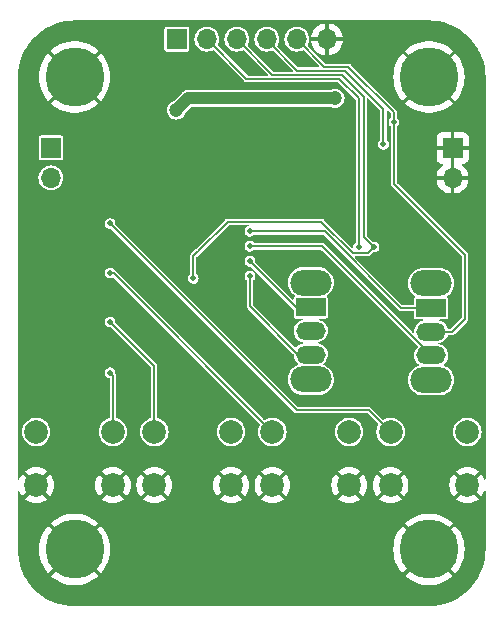
<source format=gbr>
%TF.GenerationSoftware,KiCad,Pcbnew,7.0.1-3b83917a11~172~ubuntu22.04.1*%
%TF.CreationDate,2023-04-07T18:55:38-03:00*%
%TF.ProjectId,button-debouncer,62757474-6f6e-42d6-9465-626f756e6365,rev?*%
%TF.SameCoordinates,Original*%
%TF.FileFunction,Copper,L2,Bot*%
%TF.FilePolarity,Positive*%
%FSLAX46Y46*%
G04 Gerber Fmt 4.6, Leading zero omitted, Abs format (unit mm)*
G04 Created by KiCad (PCBNEW 7.0.1-3b83917a11~172~ubuntu22.04.1) date 2023-04-07 18:55:38*
%MOMM*%
%LPD*%
G01*
G04 APERTURE LIST*
%TA.AperFunction,ComponentPad*%
%ADD10O,3.500000X2.200000*%
%TD*%
%TA.AperFunction,ComponentPad*%
%ADD11R,2.500000X1.500000*%
%TD*%
%TA.AperFunction,ComponentPad*%
%ADD12O,2.500000X1.500000*%
%TD*%
%TA.AperFunction,ComponentPad*%
%ADD13R,1.700000X1.700000*%
%TD*%
%TA.AperFunction,ComponentPad*%
%ADD14O,1.700000X1.700000*%
%TD*%
%TA.AperFunction,ComponentPad*%
%ADD15C,2.000000*%
%TD*%
%TA.AperFunction,ComponentPad*%
%ADD16C,5.000000*%
%TD*%
%TA.AperFunction,ViaPad*%
%ADD17C,0.500000*%
%TD*%
%TA.AperFunction,ViaPad*%
%ADD18C,1.200000*%
%TD*%
%TA.AperFunction,Conductor*%
%ADD19C,0.127000*%
%TD*%
%TA.AperFunction,Conductor*%
%ADD20C,1.000000*%
%TD*%
G04 APERTURE END LIST*
D10*
%TO.P,SW6,*%
%TO.N,*%
X135200000Y-72464000D03*
X135200000Y-80664000D03*
D11*
%TO.P,SW6,1,A*%
%TO.N,Net-(SW6-A)*%
X135200000Y-74564000D03*
D12*
%TO.P,SW6,2,B*%
%TO.N,Q4*%
X135200000Y-76564000D03*
%TO.P,SW6,3,C*%
%TO.N,Net-(SW6-C)*%
X135200000Y-78564000D03*
%TD*%
D10*
%TO.P,SW5,*%
%TO.N,*%
X125000000Y-72400000D03*
X125000000Y-80600000D03*
D11*
%TO.P,SW5,1,A*%
%TO.N,Net-(SW5-A)*%
X125000000Y-74500000D03*
D12*
%TO.P,SW5,2,B*%
%TO.N,Q3*%
X125000000Y-76500000D03*
%TO.P,SW5,3,C*%
%TO.N,Net-(SW5-C)*%
X125000000Y-78500000D03*
%TD*%
D13*
%TO.P,J3,1,Pin_1*%
%TO.N,+5V*%
X113660000Y-51800000D03*
D14*
%TO.P,J3,2,Pin_2*%
%TO.N,Q1*%
X116200000Y-51800000D03*
%TO.P,J3,3,Pin_3*%
%TO.N,Q2*%
X118740000Y-51800000D03*
%TO.P,J3,4,Pin_4*%
%TO.N,Q3*%
X121280000Y-51800000D03*
%TO.P,J3,5,Pin_5*%
%TO.N,Q4*%
X123820000Y-51800000D03*
%TO.P,J3,6,Pin_6*%
%TO.N,GND*%
X126360000Y-51800000D03*
%TD*%
D15*
%TO.P,SW4,1,1*%
%TO.N,GND*%
X131750000Y-89550000D03*
X138250000Y-89550000D03*
%TO.P,SW4,2,2*%
%TO.N,Net-(R7-Pad1)*%
X131750000Y-85050000D03*
X138250000Y-85050000D03*
%TD*%
%TO.P,SW3,1,1*%
%TO.N,GND*%
X121750000Y-89550000D03*
X128250000Y-89550000D03*
%TO.P,SW3,2,2*%
%TO.N,Net-(R5-Pad1)*%
X121750000Y-85050000D03*
X128250000Y-85050000D03*
%TD*%
%TO.P,SW2,1,1*%
%TO.N,GND*%
X111750000Y-89550000D03*
X118250000Y-89550000D03*
%TO.P,SW2,2,2*%
%TO.N,Net-(R3-Pad1)*%
X111750000Y-85050000D03*
X118250000Y-85050000D03*
%TD*%
%TO.P,SW1,1,1*%
%TO.N,GND*%
X101750000Y-89550000D03*
X108250000Y-89550000D03*
%TO.P,SW1,2,2*%
%TO.N,Net-(R1-Pad1)*%
X101750000Y-85050000D03*
X108250000Y-85050000D03*
%TD*%
D14*
%TO.P,J2,2,Pin_2*%
%TO.N,GND*%
X137000000Y-63540000D03*
D13*
%TO.P,J2,1,Pin_1*%
X137000000Y-61000000D03*
%TD*%
D14*
%TO.P,J1,2,Pin_2*%
%TO.N,+5V*%
X103000000Y-63540000D03*
D13*
%TO.P,J1,1,Pin_1*%
X103000000Y-61000000D03*
%TD*%
D16*
%TO.P,H4,1,1*%
%TO.N,GND*%
X135000000Y-95000000D03*
%TD*%
%TO.P,H3,1,1*%
%TO.N,GND*%
X105000000Y-95000000D03*
%TD*%
%TO.P,H2,1,1*%
%TO.N,GND*%
X135000000Y-55000000D03*
%TD*%
%TO.P,H1,1,1*%
%TO.N,GND*%
X105000000Y-55000000D03*
%TD*%
D17*
%TO.N,GND*%
X130800000Y-64250000D03*
X131950000Y-70300000D03*
%TO.N,Q2*%
X115050000Y-72050000D03*
%TO.N,Q1*%
X129050000Y-69400000D03*
%TO.N,Q2*%
X130350000Y-69400000D03*
%TO.N,Q4*%
X132037746Y-58812254D03*
%TO.N,Q3*%
X131150000Y-60700000D03*
%TO.N,Net-(SW6-A)*%
X119850000Y-68070000D03*
%TO.N,Net-(SW6-C)*%
X119850000Y-69340000D03*
%TO.N,Net-(SW5-A)*%
X119850000Y-70600000D03*
%TO.N,Net-(SW5-C)*%
X119850000Y-71880000D03*
%TO.N,GND*%
X104200000Y-69800000D03*
X104200000Y-74000000D03*
X104200000Y-78200000D03*
%TO.N,Net-(R1-Pad1)*%
X108000000Y-80030000D03*
%TO.N,Net-(R3-Pad1)*%
X108000000Y-75733334D03*
%TO.N,Net-(R5-Pad1)*%
X108000000Y-71600000D03*
%TO.N,Net-(R7-Pad1)*%
X108000000Y-67400000D03*
D18*
%TO.N,+5V*%
X113600000Y-57800000D03*
X127050000Y-56800000D03*
%TD*%
D19*
%TO.N,Q1*%
X116200000Y-51800000D02*
X119550000Y-55150000D01*
X119550000Y-55150000D02*
X127400000Y-55150000D01*
X127400000Y-55150000D02*
X129050000Y-56800000D01*
X129050000Y-56800000D02*
X129050000Y-69400000D01*
%TO.N,Q4*%
X132037746Y-58812254D02*
X132037746Y-57987746D01*
X132037746Y-57987746D02*
X128173000Y-54123000D01*
X126143000Y-54123000D02*
X123820000Y-51800000D01*
X128173000Y-54123000D02*
X126143000Y-54123000D01*
%TO.N,Q2*%
X130350000Y-69400000D02*
X129500000Y-68550000D01*
X129500000Y-68550000D02*
X129500000Y-56650000D01*
X129500000Y-56650000D02*
X127650000Y-54800000D01*
X127650000Y-54800000D02*
X121740000Y-54800000D01*
X121740000Y-54800000D02*
X118740000Y-51800000D01*
%TO.N,Q3*%
X131150000Y-60700000D02*
X131150000Y-57700000D01*
X131150000Y-57700000D02*
X127900000Y-54450000D01*
X127900000Y-54450000D02*
X123850000Y-54450000D01*
X123850000Y-54450000D02*
X121280000Y-51880000D01*
X121280000Y-51880000D02*
X121280000Y-51800000D01*
%TO.N,Q4*%
X132037746Y-58812254D02*
X132050000Y-58824508D01*
X136986000Y-76564000D02*
X135200000Y-76564000D01*
X132050000Y-58824508D02*
X132050000Y-64050000D01*
X132050000Y-64050000D02*
X138050000Y-70050000D01*
X138050000Y-70050000D02*
X138050000Y-75500000D01*
X138050000Y-75500000D02*
X136986000Y-76564000D01*
%TO.N,Q2*%
X115450000Y-69750000D02*
X115050000Y-70150000D01*
X115050000Y-70150000D02*
X115050000Y-72050000D01*
X125900000Y-67250000D02*
X119400000Y-67250000D01*
X128563500Y-69913500D02*
X125900000Y-67250000D01*
X129836500Y-69913500D02*
X128563500Y-69913500D01*
X130350000Y-69400000D02*
X129836500Y-69913500D01*
X119400000Y-67250000D02*
X117950000Y-67250000D01*
X117950000Y-67250000D02*
X115450000Y-69750000D01*
%TO.N,Net-(SW6-A)*%
X119850000Y-68070000D02*
X126170000Y-68070000D01*
X126170000Y-68070000D02*
X132664000Y-74564000D01*
X132664000Y-74564000D02*
X135200000Y-74564000D01*
%TO.N,Net-(SW6-C)*%
X135200000Y-78564000D02*
X125976000Y-69340000D01*
X125976000Y-69340000D02*
X119850000Y-69340000D01*
%TO.N,Net-(SW5-A)*%
X119850000Y-70600000D02*
X123750000Y-74500000D01*
X123750000Y-74500000D02*
X125000000Y-74500000D01*
%TO.N,Net-(SW5-C)*%
X119850000Y-71880000D02*
X119850000Y-74400000D01*
X119850000Y-74400000D02*
X123950000Y-78500000D01*
X123950000Y-78500000D02*
X125000000Y-78500000D01*
%TO.N,Net-(R5-Pad1)*%
X108000000Y-71600000D02*
X108300000Y-71600000D01*
X108300000Y-71600000D02*
X121750000Y-85050000D01*
%TO.N,Net-(R7-Pad1)*%
X129900000Y-83200000D02*
X123800000Y-83200000D01*
X131750000Y-85050000D02*
X129900000Y-83200000D01*
X123800000Y-83200000D02*
X108000000Y-67400000D01*
%TO.N,Net-(R3-Pad1)*%
X108000000Y-75733334D02*
X111750000Y-79483334D01*
X111750000Y-79483334D02*
X111750000Y-85050000D01*
%TO.N,Net-(R1-Pad1)*%
X108000000Y-80030000D02*
X108250000Y-80280000D01*
X108250000Y-80280000D02*
X108250000Y-85050000D01*
D20*
%TO.N,+5V*%
X114600000Y-56800000D02*
X113600000Y-57800000D01*
X127050000Y-56800000D02*
X114600000Y-56800000D01*
%TD*%
%TA.AperFunction,Conductor*%
%TO.N,GND*%
G36*
X129870694Y-56794046D02*
G01*
X130867694Y-57791046D01*
X130886000Y-57835240D01*
X130886000Y-60300023D01*
X130878355Y-60329976D01*
X130857291Y-60352601D01*
X130851950Y-60356033D01*
X130767118Y-60453936D01*
X130713303Y-60571774D01*
X130694866Y-60700000D01*
X130713303Y-60828225D01*
X130767118Y-60946063D01*
X130851951Y-61043967D01*
X130960931Y-61114004D01*
X131085227Y-61150500D01*
X131085228Y-61150500D01*
X131214772Y-61150500D01*
X131214773Y-61150500D01*
X131276920Y-61132252D01*
X131339069Y-61114004D01*
X131448049Y-61043967D01*
X131532882Y-60946063D01*
X131586697Y-60828226D01*
X131605133Y-60700000D01*
X131586697Y-60571774D01*
X131532882Y-60453937D01*
X131448049Y-60356033D01*
X131442709Y-60352601D01*
X131421645Y-60329976D01*
X131414000Y-60300023D01*
X131414000Y-57888240D01*
X131432306Y-57844046D01*
X131476500Y-57825740D01*
X131520694Y-57844046D01*
X131755440Y-58078792D01*
X131773746Y-58122986D01*
X131773746Y-58412277D01*
X131766101Y-58442230D01*
X131745037Y-58464855D01*
X131739696Y-58468287D01*
X131654864Y-58566190D01*
X131601049Y-58684028D01*
X131582612Y-58812253D01*
X131601049Y-58940479D01*
X131654864Y-59058317D01*
X131739697Y-59156222D01*
X131757290Y-59167528D01*
X131778355Y-59190153D01*
X131786000Y-59220106D01*
X131786000Y-64017843D01*
X131784799Y-64030035D01*
X131780827Y-64049999D01*
X131786000Y-64076002D01*
X131801317Y-64153008D01*
X131859666Y-64240332D01*
X131859667Y-64240333D01*
X131876591Y-64251641D01*
X131886062Y-64259414D01*
X137767694Y-70141046D01*
X137786000Y-70185240D01*
X137786000Y-75364760D01*
X137767694Y-75408954D01*
X136894954Y-76281694D01*
X136850760Y-76300000D01*
X136659321Y-76300000D01*
X136623617Y-76288798D01*
X136600712Y-76259207D01*
X136557764Y-76143246D01*
X136455636Y-75979397D01*
X136455509Y-75979193D01*
X136322323Y-75839081D01*
X136163658Y-75728647D01*
X136074371Y-75690331D01*
X135986013Y-75652413D01*
X135961167Y-75647307D01*
X135916949Y-75638220D01*
X135879154Y-75613992D01*
X135867352Y-75570677D01*
X135887632Y-75530624D01*
X135929531Y-75514500D01*
X136469749Y-75514500D01*
X136528231Y-75502867D01*
X136594552Y-75458552D01*
X136638867Y-75392231D01*
X136650500Y-75333749D01*
X136650500Y-73794251D01*
X136638867Y-73735768D01*
X136594553Y-73669449D01*
X136594552Y-73669448D01*
X136568812Y-73652248D01*
X136544501Y-73620802D01*
X136544068Y-73581055D01*
X136567688Y-73549086D01*
X136689139Y-73464047D01*
X136850047Y-73303139D01*
X136980568Y-73116734D01*
X137076739Y-72910496D01*
X137135635Y-72690692D01*
X137155468Y-72464000D01*
X137135635Y-72237308D01*
X137132060Y-72223967D01*
X137076739Y-72017505D01*
X137075106Y-72014004D01*
X136980568Y-71811266D01*
X136980567Y-71811264D01*
X136850047Y-71624860D01*
X136689139Y-71463952D01*
X136502735Y-71333432D01*
X136296494Y-71237260D01*
X136076692Y-71178364D01*
X135906786Y-71163500D01*
X135906784Y-71163500D01*
X134493216Y-71163500D01*
X134493214Y-71163500D01*
X134323307Y-71178364D01*
X134103505Y-71237260D01*
X133897264Y-71333432D01*
X133710860Y-71463952D01*
X133549952Y-71624860D01*
X133419432Y-71811264D01*
X133323260Y-72017505D01*
X133264364Y-72237307D01*
X133244531Y-72464000D01*
X133264364Y-72690692D01*
X133323260Y-72910494D01*
X133419432Y-73116735D01*
X133549952Y-73303139D01*
X133710860Y-73464047D01*
X133832310Y-73549086D01*
X133855931Y-73581055D01*
X133855498Y-73620802D01*
X133831186Y-73652249D01*
X133805447Y-73669447D01*
X133761132Y-73735768D01*
X133749500Y-73794251D01*
X133749500Y-74237500D01*
X133731194Y-74281694D01*
X133687000Y-74300000D01*
X132799240Y-74300000D01*
X132755046Y-74281694D01*
X128757546Y-70284194D01*
X128739240Y-70240000D01*
X128757546Y-70195806D01*
X128801740Y-70177500D01*
X129804343Y-70177500D01*
X129816535Y-70178701D01*
X129820423Y-70179474D01*
X129836500Y-70182672D01*
X129939508Y-70162183D01*
X130004790Y-70118562D01*
X130017806Y-70109865D01*
X130017807Y-70109863D01*
X130026833Y-70103833D01*
X130038146Y-70086899D01*
X130045910Y-70077440D01*
X130254545Y-69868806D01*
X130298740Y-69850500D01*
X130414773Y-69850500D01*
X130476920Y-69832251D01*
X130539069Y-69814004D01*
X130648049Y-69743967D01*
X130732882Y-69646063D01*
X130786697Y-69528226D01*
X130805133Y-69400000D01*
X130786697Y-69271774D01*
X130732882Y-69153937D01*
X130648049Y-69056033D01*
X130648048Y-69056032D01*
X130539068Y-68985995D01*
X130414773Y-68949500D01*
X130414772Y-68949500D01*
X130298741Y-68949500D01*
X130254547Y-68931194D01*
X129782306Y-68458954D01*
X129768758Y-68438678D01*
X129764000Y-68414760D01*
X129764000Y-56838240D01*
X129782306Y-56794046D01*
X129826500Y-56775740D01*
X129870694Y-56794046D01*
G37*
%TD.AperFunction*%
%TA.AperFunction,Conductor*%
G36*
X135001351Y-50200559D02*
G01*
X135415593Y-50218645D01*
X135421011Y-50219120D01*
X135830728Y-50273060D01*
X135836063Y-50274000D01*
X136239566Y-50363454D01*
X136244791Y-50364855D01*
X136638928Y-50489126D01*
X136644042Y-50490987D01*
X137025840Y-50649134D01*
X137030770Y-50651432D01*
X137397338Y-50842255D01*
X137402038Y-50844968D01*
X137689636Y-51028189D01*
X137750571Y-51067009D01*
X137755038Y-51070136D01*
X138082900Y-51321713D01*
X138087076Y-51325218D01*
X138391746Y-51604397D01*
X138395602Y-51608253D01*
X138674781Y-51912923D01*
X138678286Y-51917099D01*
X138929863Y-52244961D01*
X138932990Y-52249428D01*
X139155024Y-52597950D01*
X139157748Y-52602668D01*
X139196799Y-52677685D01*
X139348564Y-52969224D01*
X139350868Y-52974165D01*
X139509010Y-53355952D01*
X139510875Y-53361076D01*
X139635141Y-53755198D01*
X139636548Y-53760449D01*
X139725994Y-54163908D01*
X139726940Y-54169277D01*
X139780878Y-54578981D01*
X139781354Y-54584413D01*
X139799441Y-54998649D01*
X139799500Y-55001375D01*
X139799500Y-89036021D01*
X139785313Y-89075671D01*
X139749193Y-89097320D01*
X139707538Y-89091141D01*
X139679258Y-89059939D01*
X139597793Y-88863266D01*
X139473768Y-88660876D01*
X139417333Y-88594799D01*
X139417332Y-88594798D01*
X138462131Y-89549999D01*
X139417332Y-90505200D01*
X139473770Y-90439120D01*
X139597793Y-90236733D01*
X139679258Y-90040061D01*
X139707538Y-90008859D01*
X139749193Y-90002680D01*
X139785313Y-90024329D01*
X139799500Y-90063979D01*
X139799500Y-94998625D01*
X139799441Y-95001351D01*
X139781354Y-95415586D01*
X139780878Y-95421018D01*
X139726940Y-95830722D01*
X139725995Y-95836085D01*
X139636550Y-96239545D01*
X139635141Y-96244801D01*
X139510875Y-96638923D01*
X139509010Y-96644047D01*
X139350868Y-97025834D01*
X139348564Y-97030775D01*
X139157750Y-97397327D01*
X139155024Y-97402049D01*
X138932990Y-97750571D01*
X138929863Y-97755038D01*
X138678286Y-98082900D01*
X138674781Y-98087076D01*
X138395602Y-98391746D01*
X138391746Y-98395602D01*
X138087076Y-98674781D01*
X138082900Y-98678286D01*
X137755038Y-98929863D01*
X137750571Y-98932990D01*
X137402049Y-99155024D01*
X137397327Y-99157750D01*
X137030775Y-99348564D01*
X137025834Y-99350868D01*
X136644047Y-99509010D01*
X136638923Y-99510875D01*
X136244801Y-99635141D01*
X136239545Y-99636550D01*
X135836085Y-99725995D01*
X135830722Y-99726940D01*
X135421018Y-99780878D01*
X135415586Y-99781354D01*
X135001351Y-99799441D01*
X134998625Y-99799500D01*
X105001375Y-99799500D01*
X104998649Y-99799441D01*
X104584413Y-99781354D01*
X104578981Y-99780878D01*
X104169277Y-99726940D01*
X104163918Y-99725995D01*
X103760449Y-99636548D01*
X103755198Y-99635141D01*
X103361076Y-99510875D01*
X103355952Y-99509010D01*
X102974165Y-99350868D01*
X102969224Y-99348564D01*
X102768024Y-99243826D01*
X102602668Y-99157748D01*
X102597950Y-99155024D01*
X102249428Y-98932990D01*
X102244961Y-98929863D01*
X101917099Y-98678286D01*
X101912923Y-98674781D01*
X101608253Y-98395602D01*
X101604397Y-98391746D01*
X101325218Y-98087076D01*
X101321713Y-98082900D01*
X101276880Y-98024473D01*
X101070136Y-97755038D01*
X101067009Y-97750571D01*
X100854422Y-97416877D01*
X100844968Y-97402038D01*
X100842255Y-97397338D01*
X100756127Y-97231888D01*
X102980243Y-97231888D01*
X103200703Y-97416877D01*
X103493449Y-97609418D01*
X103806572Y-97766674D01*
X104135837Y-97886517D01*
X104476780Y-97967322D01*
X104824801Y-98008000D01*
X105175199Y-98008000D01*
X105523219Y-97967322D01*
X105864162Y-97886517D01*
X106193427Y-97766674D01*
X106506550Y-97609418D01*
X106799296Y-97416877D01*
X107019755Y-97231888D01*
X132980243Y-97231888D01*
X133200703Y-97416877D01*
X133493449Y-97609418D01*
X133806572Y-97766674D01*
X134135837Y-97886517D01*
X134476780Y-97967322D01*
X134824801Y-98008000D01*
X135175199Y-98008000D01*
X135523219Y-97967322D01*
X135864162Y-97886517D01*
X136193427Y-97766674D01*
X136506550Y-97609418D01*
X136799296Y-97416877D01*
X137019755Y-97231888D01*
X137019755Y-97231887D01*
X135000000Y-95212132D01*
X132980243Y-97231887D01*
X132980243Y-97231888D01*
X107019755Y-97231888D01*
X107019755Y-97231887D01*
X105000000Y-95212132D01*
X102980243Y-97231887D01*
X102980243Y-97231888D01*
X100756127Y-97231888D01*
X100651432Y-97030770D01*
X100649131Y-97025834D01*
X100646186Y-97018725D01*
X100490987Y-96644042D01*
X100489124Y-96638923D01*
X100364858Y-96244801D01*
X100363454Y-96239566D01*
X100274000Y-95836063D01*
X100273059Y-95830722D01*
X100255174Y-95694867D01*
X100219120Y-95421011D01*
X100218645Y-95415586D01*
X100200559Y-95001351D01*
X100200530Y-95000000D01*
X101986901Y-95000000D01*
X102007274Y-95349800D01*
X102068119Y-95694867D01*
X102168611Y-96030532D01*
X102307397Y-96352276D01*
X102482595Y-96655726D01*
X102691832Y-96936781D01*
X102769142Y-97018725D01*
X104787868Y-95000000D01*
X104787867Y-94999999D01*
X105212131Y-94999999D01*
X107230856Y-97018725D01*
X107308167Y-96936781D01*
X107517404Y-96655726D01*
X107692602Y-96352276D01*
X107831388Y-96030532D01*
X107931880Y-95694867D01*
X107992725Y-95349800D01*
X108013098Y-95000000D01*
X131986901Y-95000000D01*
X132007274Y-95349800D01*
X132068119Y-95694867D01*
X132168611Y-96030532D01*
X132307397Y-96352276D01*
X132482595Y-96655726D01*
X132691832Y-96936781D01*
X132769142Y-97018725D01*
X134787868Y-95000000D01*
X135212132Y-95000000D01*
X137230856Y-97018725D01*
X137308167Y-96936781D01*
X137517404Y-96655726D01*
X137692602Y-96352276D01*
X137831388Y-96030532D01*
X137931880Y-95694867D01*
X137992725Y-95349800D01*
X138013098Y-94999999D01*
X137992725Y-94650199D01*
X137931880Y-94305132D01*
X137831388Y-93969467D01*
X137692602Y-93647723D01*
X137517404Y-93344273D01*
X137308167Y-93063218D01*
X137230856Y-92981273D01*
X135212132Y-95000000D01*
X134787868Y-95000000D01*
X132769142Y-92981273D01*
X132691832Y-93063218D01*
X132482595Y-93344273D01*
X132307397Y-93647723D01*
X132168611Y-93969467D01*
X132068119Y-94305132D01*
X132007274Y-94650199D01*
X131986901Y-95000000D01*
X108013098Y-95000000D01*
X107992725Y-94650199D01*
X107931880Y-94305132D01*
X107831388Y-93969467D01*
X107692602Y-93647723D01*
X107517404Y-93344273D01*
X107308167Y-93063218D01*
X107230856Y-92981273D01*
X105212131Y-94999999D01*
X104787867Y-94999999D01*
X102769142Y-92981273D01*
X102691832Y-93063218D01*
X102482595Y-93344273D01*
X102307397Y-93647723D01*
X102168611Y-93969467D01*
X102068119Y-94305132D01*
X102007274Y-94650199D01*
X101986901Y-95000000D01*
X100200530Y-95000000D01*
X100200500Y-94998625D01*
X100200500Y-92768111D01*
X102980243Y-92768111D01*
X104999999Y-94787867D01*
X107019755Y-92768111D01*
X132980243Y-92768111D01*
X134999999Y-94787867D01*
X137019755Y-92768111D01*
X137019755Y-92768110D01*
X136799296Y-92583122D01*
X136506550Y-92390581D01*
X136193427Y-92233325D01*
X135864162Y-92113482D01*
X135523219Y-92032677D01*
X135175199Y-91992000D01*
X134824801Y-91992000D01*
X134476780Y-92032677D01*
X134135837Y-92113482D01*
X133806572Y-92233325D01*
X133493449Y-92390581D01*
X133200703Y-92583122D01*
X132980243Y-92768110D01*
X132980243Y-92768111D01*
X107019755Y-92768111D01*
X107019755Y-92768110D01*
X106799296Y-92583122D01*
X106506550Y-92390581D01*
X106193427Y-92233325D01*
X105864162Y-92113482D01*
X105523219Y-92032677D01*
X105175199Y-91992000D01*
X104824801Y-91992000D01*
X104476780Y-92032677D01*
X104135837Y-92113482D01*
X103806572Y-92233325D01*
X103493449Y-92390581D01*
X103200703Y-92583122D01*
X102980243Y-92768110D01*
X102980243Y-92768111D01*
X100200500Y-92768111D01*
X100200500Y-90717332D01*
X100794798Y-90717332D01*
X100794799Y-90717333D01*
X100860876Y-90773768D01*
X101063266Y-90897793D01*
X101282560Y-90988628D01*
X101513368Y-91044039D01*
X101750000Y-91062663D01*
X101986631Y-91044039D01*
X102217439Y-90988628D01*
X102436733Y-90897793D01*
X102639120Y-90773770D01*
X102705200Y-90717332D01*
X107294798Y-90717332D01*
X107294799Y-90717333D01*
X107360876Y-90773768D01*
X107563266Y-90897793D01*
X107782560Y-90988628D01*
X108013368Y-91044039D01*
X108250000Y-91062663D01*
X108486631Y-91044039D01*
X108717439Y-90988628D01*
X108936733Y-90897793D01*
X109139120Y-90773770D01*
X109205200Y-90717332D01*
X110794798Y-90717332D01*
X110794799Y-90717333D01*
X110860876Y-90773768D01*
X111063266Y-90897793D01*
X111282560Y-90988628D01*
X111513368Y-91044039D01*
X111750000Y-91062663D01*
X111986631Y-91044039D01*
X112217439Y-90988628D01*
X112436733Y-90897793D01*
X112639120Y-90773770D01*
X112705200Y-90717332D01*
X117294798Y-90717332D01*
X117294799Y-90717333D01*
X117360876Y-90773768D01*
X117563266Y-90897793D01*
X117782560Y-90988628D01*
X118013368Y-91044039D01*
X118250000Y-91062663D01*
X118486631Y-91044039D01*
X118717439Y-90988628D01*
X118936733Y-90897793D01*
X119139120Y-90773770D01*
X119205200Y-90717332D01*
X120794798Y-90717332D01*
X120794799Y-90717333D01*
X120860876Y-90773768D01*
X121063266Y-90897793D01*
X121282560Y-90988628D01*
X121513368Y-91044039D01*
X121750000Y-91062663D01*
X121986631Y-91044039D01*
X122217439Y-90988628D01*
X122436733Y-90897793D01*
X122639120Y-90773770D01*
X122705200Y-90717332D01*
X127294798Y-90717332D01*
X127294799Y-90717333D01*
X127360876Y-90773768D01*
X127563266Y-90897793D01*
X127782560Y-90988628D01*
X128013368Y-91044039D01*
X128250000Y-91062663D01*
X128486631Y-91044039D01*
X128717439Y-90988628D01*
X128936733Y-90897793D01*
X129139120Y-90773770D01*
X129205200Y-90717332D01*
X130794798Y-90717332D01*
X130794799Y-90717333D01*
X130860876Y-90773768D01*
X131063266Y-90897793D01*
X131282560Y-90988628D01*
X131513368Y-91044039D01*
X131750000Y-91062663D01*
X131986631Y-91044039D01*
X132217439Y-90988628D01*
X132436733Y-90897793D01*
X132639120Y-90773770D01*
X132705200Y-90717332D01*
X137294798Y-90717332D01*
X137294799Y-90717333D01*
X137360876Y-90773768D01*
X137563266Y-90897793D01*
X137782560Y-90988628D01*
X138013368Y-91044039D01*
X138250000Y-91062663D01*
X138486631Y-91044039D01*
X138717439Y-90988628D01*
X138936733Y-90897793D01*
X139139120Y-90773770D01*
X139205200Y-90717332D01*
X138250000Y-89762132D01*
X137294798Y-90717332D01*
X132705200Y-90717332D01*
X131750000Y-89762132D01*
X130794798Y-90717332D01*
X129205200Y-90717332D01*
X128250000Y-89762132D01*
X127294798Y-90717332D01*
X122705200Y-90717332D01*
X121750000Y-89762132D01*
X120794798Y-90717332D01*
X119205200Y-90717332D01*
X118250000Y-89762132D01*
X117294798Y-90717332D01*
X112705200Y-90717332D01*
X111750000Y-89762132D01*
X110794798Y-90717332D01*
X109205200Y-90717332D01*
X108250000Y-89762132D01*
X107294798Y-90717332D01*
X102705200Y-90717332D01*
X101750000Y-89762132D01*
X100794798Y-90717332D01*
X100200500Y-90717332D01*
X100200500Y-90063979D01*
X100214687Y-90024329D01*
X100250807Y-90002680D01*
X100292462Y-90008859D01*
X100320742Y-90040061D01*
X100402206Y-90236733D01*
X100526229Y-90439119D01*
X100582666Y-90505200D01*
X101537866Y-89550000D01*
X101962132Y-89550000D01*
X102917332Y-90505200D01*
X102973770Y-90439120D01*
X103097793Y-90236733D01*
X103188628Y-90017439D01*
X103244039Y-89786631D01*
X103262663Y-89550000D01*
X106737336Y-89550000D01*
X106755960Y-89786631D01*
X106811371Y-90017439D01*
X106902206Y-90236733D01*
X107026229Y-90439119D01*
X107082666Y-90505200D01*
X108037866Y-89550000D01*
X108462132Y-89550000D01*
X109417332Y-90505200D01*
X109473770Y-90439120D01*
X109597793Y-90236733D01*
X109688628Y-90017439D01*
X109744039Y-89786631D01*
X109762663Y-89550000D01*
X110237336Y-89550000D01*
X110255960Y-89786631D01*
X110311371Y-90017439D01*
X110402206Y-90236733D01*
X110526229Y-90439119D01*
X110582666Y-90505200D01*
X111537866Y-89550000D01*
X111962132Y-89550000D01*
X112917332Y-90505200D01*
X112973770Y-90439120D01*
X113097793Y-90236733D01*
X113188628Y-90017439D01*
X113244039Y-89786631D01*
X113262663Y-89550000D01*
X116737336Y-89550000D01*
X116755960Y-89786631D01*
X116811371Y-90017439D01*
X116902206Y-90236733D01*
X117026229Y-90439119D01*
X117082666Y-90505200D01*
X118037866Y-89550000D01*
X118462132Y-89550000D01*
X119417332Y-90505200D01*
X119473770Y-90439120D01*
X119597793Y-90236733D01*
X119688628Y-90017439D01*
X119744039Y-89786631D01*
X119762663Y-89550000D01*
X120237336Y-89550000D01*
X120255960Y-89786631D01*
X120311371Y-90017439D01*
X120402206Y-90236733D01*
X120526229Y-90439119D01*
X120582666Y-90505200D01*
X121537867Y-89549999D01*
X121962131Y-89549999D01*
X122917332Y-90505200D01*
X122973770Y-90439120D01*
X123097793Y-90236733D01*
X123188628Y-90017439D01*
X123244039Y-89786631D01*
X123262663Y-89550000D01*
X126737336Y-89550000D01*
X126755960Y-89786631D01*
X126811371Y-90017439D01*
X126902206Y-90236733D01*
X127026229Y-90439119D01*
X127082666Y-90505200D01*
X128037868Y-89550000D01*
X128037867Y-89549999D01*
X128462131Y-89549999D01*
X129417332Y-90505200D01*
X129473770Y-90439120D01*
X129597793Y-90236733D01*
X129688628Y-90017439D01*
X129744039Y-89786631D01*
X129762663Y-89550000D01*
X129762663Y-89549999D01*
X130237336Y-89549999D01*
X130255960Y-89786631D01*
X130311371Y-90017439D01*
X130402206Y-90236733D01*
X130526229Y-90439119D01*
X130582666Y-90505200D01*
X131537866Y-89550000D01*
X131962132Y-89550000D01*
X132917332Y-90505200D01*
X132973770Y-90439120D01*
X133097793Y-90236733D01*
X133188628Y-90017439D01*
X133244039Y-89786631D01*
X133262663Y-89550000D01*
X133262663Y-89549999D01*
X136737336Y-89549999D01*
X136755960Y-89786631D01*
X136811371Y-90017439D01*
X136902206Y-90236733D01*
X137026229Y-90439119D01*
X137082666Y-90505200D01*
X138037867Y-89549999D01*
X137082667Y-88594799D01*
X137026229Y-88660880D01*
X136902206Y-88863266D01*
X136811371Y-89082560D01*
X136755960Y-89313368D01*
X136737336Y-89549999D01*
X133262663Y-89549999D01*
X133244039Y-89313368D01*
X133188628Y-89082560D01*
X133097793Y-88863266D01*
X132973768Y-88660876D01*
X132917333Y-88594799D01*
X132917332Y-88594798D01*
X131962132Y-89550000D01*
X131537866Y-89550000D01*
X131537867Y-89549999D01*
X130582667Y-88594799D01*
X130526229Y-88660880D01*
X130402206Y-88863266D01*
X130311371Y-89082560D01*
X130255960Y-89313368D01*
X130237336Y-89549999D01*
X129762663Y-89549999D01*
X129744039Y-89313368D01*
X129688628Y-89082560D01*
X129597793Y-88863266D01*
X129473768Y-88660876D01*
X129417333Y-88594799D01*
X129417332Y-88594798D01*
X128462131Y-89549999D01*
X128037867Y-89549999D01*
X127082667Y-88594799D01*
X127026229Y-88660880D01*
X126902206Y-88863266D01*
X126811371Y-89082560D01*
X126755960Y-89313368D01*
X126737336Y-89550000D01*
X123262663Y-89550000D01*
X123244039Y-89313368D01*
X123188628Y-89082560D01*
X123097793Y-88863266D01*
X122973768Y-88660876D01*
X122917333Y-88594799D01*
X122917332Y-88594798D01*
X121962131Y-89549999D01*
X121537867Y-89549999D01*
X120582667Y-88594799D01*
X120526229Y-88660880D01*
X120402206Y-88863266D01*
X120311371Y-89082560D01*
X120255960Y-89313368D01*
X120237336Y-89550000D01*
X119762663Y-89550000D01*
X119744039Y-89313368D01*
X119688628Y-89082560D01*
X119597793Y-88863266D01*
X119473768Y-88660876D01*
X119417333Y-88594799D01*
X119417332Y-88594798D01*
X118462132Y-89550000D01*
X118037866Y-89550000D01*
X118037867Y-89549999D01*
X117082667Y-88594799D01*
X117026229Y-88660880D01*
X116902206Y-88863266D01*
X116811371Y-89082560D01*
X116755960Y-89313368D01*
X116737336Y-89550000D01*
X113262663Y-89550000D01*
X113244039Y-89313368D01*
X113188628Y-89082560D01*
X113097793Y-88863266D01*
X112973768Y-88660876D01*
X112917333Y-88594799D01*
X112917332Y-88594798D01*
X111962132Y-89550000D01*
X111537866Y-89550000D01*
X111537867Y-89549999D01*
X110582667Y-88594799D01*
X110526229Y-88660880D01*
X110402206Y-88863266D01*
X110311371Y-89082560D01*
X110255960Y-89313368D01*
X110237336Y-89550000D01*
X109762663Y-89550000D01*
X109744039Y-89313368D01*
X109688628Y-89082560D01*
X109597793Y-88863266D01*
X109473768Y-88660876D01*
X109417333Y-88594799D01*
X109417332Y-88594798D01*
X108462132Y-89550000D01*
X108037866Y-89550000D01*
X108037867Y-89549999D01*
X107082667Y-88594799D01*
X107026229Y-88660880D01*
X106902206Y-88863266D01*
X106811371Y-89082560D01*
X106755960Y-89313368D01*
X106737336Y-89550000D01*
X103262663Y-89550000D01*
X103244039Y-89313368D01*
X103188628Y-89082560D01*
X103097793Y-88863266D01*
X102973768Y-88660876D01*
X102917333Y-88594799D01*
X102917332Y-88594798D01*
X101962132Y-89550000D01*
X101537866Y-89550000D01*
X101537867Y-89549999D01*
X100582667Y-88594799D01*
X100526229Y-88660880D01*
X100402206Y-88863266D01*
X100320742Y-89059939D01*
X100292462Y-89091141D01*
X100250807Y-89097320D01*
X100214687Y-89075671D01*
X100200500Y-89036021D01*
X100200500Y-88382667D01*
X100794799Y-88382667D01*
X101749999Y-89337867D01*
X102705199Y-88382667D01*
X107294799Y-88382667D01*
X108249999Y-89337867D01*
X109205199Y-88382667D01*
X110794799Y-88382667D01*
X111749999Y-89337867D01*
X112705199Y-88382667D01*
X117294799Y-88382667D01*
X118249999Y-89337867D01*
X119205199Y-88382667D01*
X120794799Y-88382667D01*
X121749999Y-89337867D01*
X122705199Y-88382667D01*
X127294799Y-88382667D01*
X128249999Y-89337867D01*
X129205199Y-88382667D01*
X130794799Y-88382667D01*
X131749999Y-89337867D01*
X132705199Y-88382667D01*
X137294799Y-88382667D01*
X138249999Y-89337867D01*
X139205200Y-88382666D01*
X139139119Y-88326229D01*
X138936733Y-88202206D01*
X138717439Y-88111371D01*
X138486631Y-88055960D01*
X138250000Y-88037336D01*
X138013368Y-88055960D01*
X137782560Y-88111371D01*
X137563266Y-88202206D01*
X137360880Y-88326229D01*
X137294799Y-88382667D01*
X132705199Y-88382667D01*
X132705200Y-88382666D01*
X132639119Y-88326229D01*
X132436733Y-88202206D01*
X132217439Y-88111371D01*
X131986631Y-88055960D01*
X131750000Y-88037336D01*
X131513368Y-88055960D01*
X131282560Y-88111371D01*
X131063266Y-88202206D01*
X130860880Y-88326229D01*
X130794799Y-88382667D01*
X129205199Y-88382667D01*
X129205200Y-88382666D01*
X129139119Y-88326229D01*
X128936733Y-88202206D01*
X128717439Y-88111371D01*
X128486631Y-88055960D01*
X128250000Y-88037336D01*
X128013368Y-88055960D01*
X127782560Y-88111371D01*
X127563266Y-88202206D01*
X127360880Y-88326229D01*
X127294799Y-88382667D01*
X122705199Y-88382667D01*
X122705200Y-88382666D01*
X122639119Y-88326229D01*
X122436733Y-88202206D01*
X122217439Y-88111371D01*
X121986631Y-88055960D01*
X121750000Y-88037336D01*
X121513368Y-88055960D01*
X121282560Y-88111371D01*
X121063266Y-88202206D01*
X120860880Y-88326229D01*
X120794799Y-88382667D01*
X119205199Y-88382667D01*
X119205200Y-88382666D01*
X119139119Y-88326229D01*
X118936733Y-88202206D01*
X118717439Y-88111371D01*
X118486631Y-88055960D01*
X118250000Y-88037336D01*
X118013368Y-88055960D01*
X117782560Y-88111371D01*
X117563266Y-88202206D01*
X117360880Y-88326229D01*
X117294799Y-88382667D01*
X112705199Y-88382667D01*
X112705200Y-88382666D01*
X112639119Y-88326229D01*
X112436733Y-88202206D01*
X112217439Y-88111371D01*
X111986631Y-88055960D01*
X111750000Y-88037336D01*
X111513368Y-88055960D01*
X111282560Y-88111371D01*
X111063266Y-88202206D01*
X110860880Y-88326229D01*
X110794799Y-88382667D01*
X109205199Y-88382667D01*
X109205200Y-88382666D01*
X109139119Y-88326229D01*
X108936733Y-88202206D01*
X108717439Y-88111371D01*
X108486631Y-88055960D01*
X108250000Y-88037336D01*
X108013368Y-88055960D01*
X107782560Y-88111371D01*
X107563266Y-88202206D01*
X107360880Y-88326229D01*
X107294799Y-88382667D01*
X102705199Y-88382667D01*
X102705200Y-88382666D01*
X102639119Y-88326229D01*
X102436733Y-88202206D01*
X102217439Y-88111371D01*
X101986631Y-88055960D01*
X101750000Y-88037336D01*
X101513368Y-88055960D01*
X101282560Y-88111371D01*
X101063266Y-88202206D01*
X100860880Y-88326229D01*
X100794799Y-88382667D01*
X100200500Y-88382667D01*
X100200500Y-85050000D01*
X100544356Y-85050000D01*
X100564884Y-85271534D01*
X100564885Y-85271536D01*
X100625771Y-85485528D01*
X100724942Y-85684689D01*
X100859019Y-85862236D01*
X101023438Y-86012124D01*
X101212599Y-86129247D01*
X101420060Y-86209618D01*
X101638757Y-86250500D01*
X101861243Y-86250500D01*
X102079940Y-86209618D01*
X102287401Y-86129247D01*
X102476562Y-86012124D01*
X102640981Y-85862236D01*
X102775058Y-85684689D01*
X102874229Y-85485528D01*
X102935115Y-85271536D01*
X102955643Y-85050000D01*
X107044356Y-85050000D01*
X107064884Y-85271534D01*
X107064885Y-85271536D01*
X107125771Y-85485528D01*
X107224942Y-85684689D01*
X107359019Y-85862236D01*
X107523438Y-86012124D01*
X107712599Y-86129247D01*
X107920060Y-86209618D01*
X108138757Y-86250500D01*
X108361243Y-86250500D01*
X108579940Y-86209618D01*
X108787401Y-86129247D01*
X108976562Y-86012124D01*
X109140981Y-85862236D01*
X109275058Y-85684689D01*
X109374229Y-85485528D01*
X109435115Y-85271536D01*
X109455643Y-85050000D01*
X109435115Y-84828464D01*
X109374229Y-84614472D01*
X109275058Y-84415311D01*
X109140981Y-84237764D01*
X108976562Y-84087876D01*
X108787401Y-83970753D01*
X108787398Y-83970752D01*
X108787397Y-83970751D01*
X108579942Y-83890382D01*
X108565016Y-83887592D01*
X108528417Y-83866084D01*
X108514000Y-83826156D01*
X108514000Y-80312152D01*
X108515201Y-80299960D01*
X108519171Y-80280000D01*
X108515201Y-80260040D01*
X108515201Y-80260035D01*
X108498683Y-80176992D01*
X108458758Y-80117242D01*
X108448860Y-80073623D01*
X108455133Y-80030000D01*
X108436697Y-79901774D01*
X108382882Y-79783937D01*
X108298049Y-79686033D01*
X108298048Y-79686032D01*
X108189068Y-79615995D01*
X108064773Y-79579500D01*
X108064772Y-79579500D01*
X107935228Y-79579500D01*
X107935227Y-79579500D01*
X107810931Y-79615995D01*
X107701951Y-79686032D01*
X107617118Y-79783936D01*
X107563303Y-79901774D01*
X107544866Y-80030000D01*
X107554547Y-80097328D01*
X107563303Y-80158226D01*
X107617117Y-80276062D01*
X107617118Y-80276063D01*
X107701951Y-80373967D01*
X107810931Y-80444004D01*
X107941108Y-80482227D01*
X107973534Y-80504740D01*
X107986000Y-80542195D01*
X107986000Y-83826156D01*
X107971583Y-83866084D01*
X107934984Y-83887592D01*
X107920057Y-83890382D01*
X107712602Y-83970751D01*
X107523436Y-84087877D01*
X107359019Y-84237763D01*
X107224943Y-84415309D01*
X107125770Y-84614475D01*
X107064884Y-84828465D01*
X107044356Y-85050000D01*
X102955643Y-85050000D01*
X102935115Y-84828464D01*
X102874229Y-84614472D01*
X102775058Y-84415311D01*
X102640981Y-84237764D01*
X102476562Y-84087876D01*
X102287401Y-83970753D01*
X102287398Y-83970752D01*
X102287397Y-83970751D01*
X102079942Y-83890382D01*
X101861243Y-83849500D01*
X101638757Y-83849500D01*
X101420057Y-83890382D01*
X101212602Y-83970751D01*
X101023436Y-84087877D01*
X100859019Y-84237763D01*
X100724943Y-84415309D01*
X100625770Y-84614475D01*
X100564884Y-84828465D01*
X100544356Y-85050000D01*
X100200500Y-85050000D01*
X100200500Y-75733333D01*
X107544866Y-75733333D01*
X107563303Y-75861559D01*
X107617118Y-75979397D01*
X107701951Y-76077301D01*
X107810931Y-76147338D01*
X107935227Y-76183834D01*
X108051260Y-76183834D01*
X108095454Y-76202140D01*
X111467694Y-79574380D01*
X111486000Y-79618574D01*
X111486000Y-83826156D01*
X111471583Y-83866084D01*
X111434984Y-83887592D01*
X111420057Y-83890382D01*
X111212602Y-83970751D01*
X111023436Y-84087877D01*
X110859019Y-84237763D01*
X110724943Y-84415309D01*
X110625770Y-84614475D01*
X110564884Y-84828465D01*
X110544356Y-85050000D01*
X110564884Y-85271534D01*
X110564885Y-85271536D01*
X110625771Y-85485528D01*
X110724942Y-85684689D01*
X110859019Y-85862236D01*
X111023438Y-86012124D01*
X111212599Y-86129247D01*
X111420060Y-86209618D01*
X111638757Y-86250500D01*
X111861243Y-86250500D01*
X112079940Y-86209618D01*
X112287401Y-86129247D01*
X112476562Y-86012124D01*
X112640981Y-85862236D01*
X112775058Y-85684689D01*
X112874229Y-85485528D01*
X112935115Y-85271536D01*
X112955643Y-85050000D01*
X117044356Y-85050000D01*
X117064884Y-85271534D01*
X117064885Y-85271536D01*
X117125771Y-85485528D01*
X117224942Y-85684689D01*
X117359019Y-85862236D01*
X117523438Y-86012124D01*
X117712599Y-86129247D01*
X117920060Y-86209618D01*
X118138757Y-86250500D01*
X118361243Y-86250500D01*
X118579940Y-86209618D01*
X118787401Y-86129247D01*
X118976562Y-86012124D01*
X119140981Y-85862236D01*
X119275058Y-85684689D01*
X119374229Y-85485528D01*
X119435115Y-85271536D01*
X119455643Y-85050000D01*
X119435115Y-84828464D01*
X119374229Y-84614472D01*
X119275058Y-84415311D01*
X119140981Y-84237764D01*
X118976562Y-84087876D01*
X118787401Y-83970753D01*
X118787398Y-83970752D01*
X118787397Y-83970751D01*
X118579942Y-83890382D01*
X118361243Y-83849500D01*
X118138757Y-83849500D01*
X117920057Y-83890382D01*
X117712602Y-83970751D01*
X117523436Y-84087877D01*
X117359019Y-84237763D01*
X117224943Y-84415309D01*
X117125770Y-84614475D01*
X117064884Y-84828465D01*
X117044356Y-85050000D01*
X112955643Y-85050000D01*
X112935115Y-84828464D01*
X112874229Y-84614472D01*
X112775058Y-84415311D01*
X112640981Y-84237764D01*
X112476562Y-84087876D01*
X112287401Y-83970753D01*
X112287398Y-83970752D01*
X112287397Y-83970751D01*
X112079942Y-83890382D01*
X112065016Y-83887592D01*
X112028417Y-83866084D01*
X112014000Y-83826156D01*
X112014000Y-79515491D01*
X112015201Y-79503299D01*
X112015845Y-79500058D01*
X112019172Y-79483334D01*
X111998683Y-79380326D01*
X111977189Y-79348159D01*
X111951644Y-79309928D01*
X111951639Y-79309922D01*
X111947280Y-79303398D01*
X111940333Y-79293001D01*
X111934222Y-79288918D01*
X111923408Y-79281692D01*
X111913937Y-79273919D01*
X108466974Y-75826956D01*
X108451866Y-75802499D01*
X108449304Y-75773869D01*
X108455133Y-75733334D01*
X108436697Y-75605108D01*
X108382882Y-75487271D01*
X108298049Y-75389367D01*
X108298048Y-75389366D01*
X108189068Y-75319329D01*
X108064773Y-75282834D01*
X108064772Y-75282834D01*
X107935228Y-75282834D01*
X107935227Y-75282834D01*
X107810931Y-75319329D01*
X107701951Y-75389366D01*
X107617118Y-75487270D01*
X107563303Y-75605108D01*
X107544866Y-75733333D01*
X100200500Y-75733333D01*
X100200500Y-71600000D01*
X107544866Y-71600000D01*
X107556966Y-71684151D01*
X107563303Y-71728226D01*
X107601226Y-71811264D01*
X107617118Y-71846063D01*
X107701951Y-71943967D01*
X107810931Y-72014004D01*
X107935227Y-72050500D01*
X107935228Y-72050500D01*
X108064772Y-72050500D01*
X108064773Y-72050500D01*
X108189066Y-72014005D01*
X108189066Y-72014004D01*
X108189069Y-72014004D01*
X108238980Y-71981927D01*
X108279447Y-71972365D01*
X108316961Y-71990313D01*
X120698800Y-84372152D01*
X120716291Y-84406284D01*
X120710554Y-84444204D01*
X120625771Y-84614472D01*
X120564884Y-84828465D01*
X120544356Y-85050000D01*
X120564884Y-85271534D01*
X120564885Y-85271536D01*
X120625771Y-85485528D01*
X120724942Y-85684689D01*
X120859019Y-85862236D01*
X121023438Y-86012124D01*
X121212599Y-86129247D01*
X121420060Y-86209618D01*
X121638757Y-86250500D01*
X121861243Y-86250500D01*
X122079940Y-86209618D01*
X122287401Y-86129247D01*
X122476562Y-86012124D01*
X122640981Y-85862236D01*
X122775058Y-85684689D01*
X122874229Y-85485528D01*
X122935115Y-85271536D01*
X122955643Y-85050000D01*
X127044356Y-85050000D01*
X127064884Y-85271534D01*
X127064885Y-85271536D01*
X127125771Y-85485528D01*
X127224942Y-85684689D01*
X127359019Y-85862236D01*
X127523438Y-86012124D01*
X127712599Y-86129247D01*
X127920060Y-86209618D01*
X128138757Y-86250500D01*
X128361243Y-86250500D01*
X128579940Y-86209618D01*
X128787401Y-86129247D01*
X128976562Y-86012124D01*
X129140981Y-85862236D01*
X129275058Y-85684689D01*
X129374229Y-85485528D01*
X129435115Y-85271536D01*
X129455643Y-85050000D01*
X129435115Y-84828464D01*
X129374229Y-84614472D01*
X129275058Y-84415311D01*
X129140981Y-84237764D01*
X128976562Y-84087876D01*
X128787401Y-83970753D01*
X128787398Y-83970752D01*
X128787397Y-83970751D01*
X128579942Y-83890382D01*
X128361243Y-83849500D01*
X128138757Y-83849500D01*
X127920057Y-83890382D01*
X127712602Y-83970751D01*
X127523436Y-84087877D01*
X127359019Y-84237763D01*
X127224943Y-84415309D01*
X127125770Y-84614475D01*
X127064884Y-84828465D01*
X127044356Y-85050000D01*
X122955643Y-85050000D01*
X122935115Y-84828464D01*
X122874229Y-84614472D01*
X122775058Y-84415311D01*
X122640981Y-84237764D01*
X122476562Y-84087876D01*
X122287401Y-83970753D01*
X122287398Y-83970752D01*
X122287397Y-83970751D01*
X122079942Y-83890382D01*
X121861243Y-83849500D01*
X121638757Y-83849500D01*
X121420057Y-83890382D01*
X121212599Y-83970752D01*
X121150626Y-84009124D01*
X121110522Y-84018069D01*
X121073531Y-84000179D01*
X108509414Y-71436062D01*
X108501641Y-71426591D01*
X108490332Y-71409666D01*
X108468649Y-71395178D01*
X108403008Y-71351317D01*
X108403005Y-71351316D01*
X108396955Y-71350112D01*
X108361917Y-71329742D01*
X108298048Y-71256032D01*
X108189068Y-71185995D01*
X108064773Y-71149500D01*
X108064772Y-71149500D01*
X107935228Y-71149500D01*
X107935227Y-71149500D01*
X107810931Y-71185995D01*
X107701951Y-71256032D01*
X107617118Y-71353936D01*
X107563303Y-71471774D01*
X107544866Y-71600000D01*
X100200500Y-71600000D01*
X100200500Y-67400000D01*
X107544866Y-67400000D01*
X107554811Y-67469165D01*
X107563303Y-67528226D01*
X107600781Y-67610290D01*
X107617118Y-67646063D01*
X107701951Y-67743967D01*
X107810931Y-67814004D01*
X107935227Y-67850500D01*
X108051260Y-67850500D01*
X108095454Y-67868806D01*
X123590585Y-83363937D01*
X123598357Y-83373406D01*
X123609667Y-83390333D01*
X123696992Y-83448683D01*
X123752667Y-83459757D01*
X123780030Y-83465200D01*
X123780040Y-83465201D01*
X123800000Y-83469171D01*
X123819960Y-83465201D01*
X123832152Y-83464000D01*
X129764760Y-83464000D01*
X129808954Y-83482306D01*
X130698800Y-84372152D01*
X130716291Y-84406284D01*
X130710554Y-84444204D01*
X130625771Y-84614472D01*
X130564884Y-84828465D01*
X130544356Y-85050000D01*
X130564884Y-85271534D01*
X130564885Y-85271536D01*
X130625771Y-85485528D01*
X130724942Y-85684689D01*
X130859019Y-85862236D01*
X131023438Y-86012124D01*
X131212599Y-86129247D01*
X131420060Y-86209618D01*
X131638757Y-86250500D01*
X131861243Y-86250500D01*
X132079940Y-86209618D01*
X132287401Y-86129247D01*
X132476562Y-86012124D01*
X132640981Y-85862236D01*
X132775058Y-85684689D01*
X132874229Y-85485528D01*
X132935115Y-85271536D01*
X132955643Y-85050000D01*
X137044356Y-85050000D01*
X137064884Y-85271534D01*
X137064885Y-85271536D01*
X137125771Y-85485528D01*
X137224942Y-85684689D01*
X137359019Y-85862236D01*
X137523438Y-86012124D01*
X137712599Y-86129247D01*
X137920060Y-86209618D01*
X138138757Y-86250500D01*
X138361243Y-86250500D01*
X138579940Y-86209618D01*
X138787401Y-86129247D01*
X138976562Y-86012124D01*
X139140981Y-85862236D01*
X139275058Y-85684689D01*
X139374229Y-85485528D01*
X139435115Y-85271536D01*
X139455643Y-85050000D01*
X139435115Y-84828464D01*
X139374229Y-84614472D01*
X139275058Y-84415311D01*
X139140981Y-84237764D01*
X138976562Y-84087876D01*
X138787401Y-83970753D01*
X138787398Y-83970752D01*
X138787397Y-83970751D01*
X138579942Y-83890382D01*
X138361243Y-83849500D01*
X138138757Y-83849500D01*
X137920057Y-83890382D01*
X137712602Y-83970751D01*
X137523436Y-84087877D01*
X137359019Y-84237763D01*
X137224943Y-84415309D01*
X137125770Y-84614475D01*
X137064884Y-84828465D01*
X137044356Y-85050000D01*
X132955643Y-85050000D01*
X132935115Y-84828464D01*
X132874229Y-84614472D01*
X132775058Y-84415311D01*
X132640981Y-84237764D01*
X132476562Y-84087876D01*
X132287401Y-83970753D01*
X132287398Y-83970752D01*
X132287397Y-83970751D01*
X132079942Y-83890382D01*
X131861243Y-83849500D01*
X131638757Y-83849500D01*
X131420057Y-83890382D01*
X131212599Y-83970752D01*
X131150626Y-84009124D01*
X131110522Y-84018069D01*
X131073531Y-84000179D01*
X130109414Y-83036062D01*
X130101641Y-83026591D01*
X130090333Y-83009667D01*
X130090332Y-83009666D01*
X130003008Y-82951317D01*
X130003005Y-82951316D01*
X129926002Y-82936000D01*
X129926003Y-82936000D01*
X129899999Y-82930827D01*
X129880035Y-82934799D01*
X129867843Y-82936000D01*
X123935240Y-82936000D01*
X123891046Y-82917694D01*
X113023352Y-72050000D01*
X114594866Y-72050000D01*
X114605803Y-72126063D01*
X114613303Y-72178226D01*
X114659772Y-72279977D01*
X114667118Y-72296063D01*
X114751951Y-72393967D01*
X114860931Y-72464004D01*
X114985227Y-72500500D01*
X114985228Y-72500500D01*
X115114772Y-72500500D01*
X115114773Y-72500500D01*
X115176920Y-72482251D01*
X115239069Y-72464004D01*
X115348049Y-72393967D01*
X115432882Y-72296063D01*
X115486697Y-72178226D01*
X115505133Y-72050000D01*
X115486697Y-71921774D01*
X115467619Y-71880000D01*
X119394866Y-71880000D01*
X119410985Y-71992106D01*
X119413303Y-72008226D01*
X119417541Y-72017505D01*
X119467118Y-72126063D01*
X119508054Y-72173307D01*
X119551951Y-72223967D01*
X119555471Y-72226229D01*
X119557291Y-72227399D01*
X119578355Y-72250024D01*
X119586000Y-72279977D01*
X119586000Y-74367843D01*
X119584799Y-74380035D01*
X119580827Y-74399999D01*
X119586000Y-74426002D01*
X119601317Y-74503008D01*
X119659667Y-74590333D01*
X119676591Y-74601641D01*
X119686062Y-74609414D01*
X123530014Y-78453367D01*
X123544150Y-78475113D01*
X123548240Y-78500725D01*
X123545823Y-78548391D01*
X123575096Y-78739474D01*
X123642235Y-78920753D01*
X123694981Y-79005375D01*
X123744491Y-79084807D01*
X123814294Y-79158240D01*
X123877676Y-79224918D01*
X123928328Y-79260173D01*
X123953809Y-79298716D01*
X123945851Y-79344230D01*
X123908804Y-79371840D01*
X123903507Y-79373259D01*
X123697264Y-79469432D01*
X123510860Y-79599952D01*
X123349952Y-79760860D01*
X123219432Y-79947264D01*
X123123260Y-80153505D01*
X123064364Y-80373307D01*
X123044531Y-80600000D01*
X123064364Y-80826692D01*
X123123260Y-81046494D01*
X123219432Y-81252735D01*
X123349952Y-81439139D01*
X123510860Y-81600047D01*
X123697264Y-81730567D01*
X123697265Y-81730567D01*
X123697266Y-81730568D01*
X123903504Y-81826739D01*
X124013406Y-81856187D01*
X124123307Y-81885635D01*
X124293214Y-81900500D01*
X124293216Y-81900500D01*
X125706784Y-81900500D01*
X125706786Y-81900500D01*
X125876692Y-81885635D01*
X125876691Y-81885635D01*
X126096496Y-81826739D01*
X126302734Y-81730568D01*
X126489139Y-81600047D01*
X126650047Y-81439139D01*
X126780568Y-81252734D01*
X126876739Y-81046496D01*
X126935635Y-80826692D01*
X126955468Y-80600000D01*
X126935635Y-80373308D01*
X126919248Y-80312152D01*
X126893888Y-80217504D01*
X126876739Y-80153504D01*
X126780568Y-79947266D01*
X126780567Y-79947264D01*
X126650047Y-79760860D01*
X126489139Y-79599952D01*
X126302735Y-79469432D01*
X126096496Y-79373261D01*
X126093141Y-79372362D01*
X126057230Y-79346531D01*
X126047413Y-79303398D01*
X126068606Y-79264572D01*
X126192468Y-79158240D01*
X126310796Y-79005373D01*
X126395930Y-78831816D01*
X126444385Y-78644674D01*
X126454176Y-78451610D01*
X126449230Y-78419326D01*
X126424903Y-78260525D01*
X126357764Y-78079246D01*
X126259775Y-77922038D01*
X126255509Y-77915193D01*
X126122323Y-77775081D01*
X125963658Y-77664647D01*
X125873835Y-77626101D01*
X125786013Y-77588413D01*
X125657974Y-77562101D01*
X125621131Y-77539136D01*
X125608135Y-77497714D01*
X125625256Y-77457819D01*
X125664232Y-77438701D01*
X125692321Y-77435845D01*
X125876768Y-77377974D01*
X126045791Y-77284159D01*
X126192468Y-77158240D01*
X126310796Y-77005373D01*
X126395930Y-76831816D01*
X126444385Y-76644674D01*
X126454176Y-76451610D01*
X126449230Y-76419326D01*
X126424903Y-76260525D01*
X126357764Y-76079246D01*
X126295400Y-75979193D01*
X126255509Y-75915193D01*
X126122323Y-75775081D01*
X125963658Y-75664647D01*
X125874834Y-75626529D01*
X125786013Y-75588413D01*
X125761167Y-75583307D01*
X125716949Y-75574220D01*
X125679154Y-75549992D01*
X125667352Y-75506677D01*
X125687632Y-75466624D01*
X125729531Y-75450500D01*
X126269749Y-75450500D01*
X126328231Y-75438867D01*
X126394552Y-75394552D01*
X126438867Y-75328231D01*
X126450500Y-75269749D01*
X126450500Y-73730251D01*
X126438867Y-73671768D01*
X126394553Y-73605449D01*
X126394552Y-73605448D01*
X126368812Y-73588248D01*
X126344501Y-73556802D01*
X126344068Y-73517055D01*
X126367688Y-73485086D01*
X126489139Y-73400047D01*
X126650047Y-73239139D01*
X126780568Y-73052734D01*
X126876739Y-72846496D01*
X126935635Y-72626692D01*
X126955468Y-72400000D01*
X126935635Y-72173308D01*
X126876739Y-71953504D01*
X126780568Y-71747266D01*
X126780567Y-71747264D01*
X126650047Y-71560860D01*
X126489139Y-71399952D01*
X126302735Y-71269432D01*
X126096494Y-71173260D01*
X125876692Y-71114364D01*
X125706786Y-71099500D01*
X125706784Y-71099500D01*
X124293216Y-71099500D01*
X124293214Y-71099500D01*
X124123307Y-71114364D01*
X123903505Y-71173260D01*
X123697264Y-71269432D01*
X123510860Y-71399952D01*
X123349952Y-71560860D01*
X123219432Y-71747264D01*
X123123260Y-71953505D01*
X123064364Y-72173307D01*
X123044531Y-72400000D01*
X123064364Y-72626692D01*
X123123260Y-72846494D01*
X123219432Y-73052735D01*
X123349952Y-73239139D01*
X123510860Y-73400047D01*
X123632310Y-73485086D01*
X123655931Y-73517055D01*
X123655498Y-73556802D01*
X123631186Y-73588249D01*
X123605447Y-73605447D01*
X123561132Y-73671768D01*
X123549500Y-73730251D01*
X123549500Y-73775260D01*
X123531194Y-73819454D01*
X123487000Y-73837760D01*
X123442806Y-73819454D01*
X120316974Y-70693622D01*
X120301866Y-70669165D01*
X120299304Y-70640535D01*
X120305133Y-70600000D01*
X120286697Y-70471774D01*
X120232882Y-70353937D01*
X120148049Y-70256033D01*
X120148048Y-70256032D01*
X120039068Y-70185995D01*
X119914773Y-70149500D01*
X119914772Y-70149500D01*
X119785228Y-70149500D01*
X119785227Y-70149500D01*
X119660931Y-70185995D01*
X119551951Y-70256032D01*
X119467118Y-70353936D01*
X119413303Y-70471774D01*
X119394866Y-70600000D01*
X119413303Y-70728225D01*
X119467118Y-70846063D01*
X119551951Y-70943967D01*
X119660931Y-71014004D01*
X119785227Y-71050500D01*
X119901260Y-71050500D01*
X119945454Y-71068806D01*
X123531194Y-74654546D01*
X123549500Y-74698740D01*
X123549500Y-75269749D01*
X123561132Y-75328231D01*
X123605447Y-75394552D01*
X123671768Y-75438867D01*
X123730251Y-75450500D01*
X124261946Y-75450500D01*
X124302657Y-75465578D01*
X124323725Y-75503536D01*
X124314986Y-75546060D01*
X124280656Y-75572633D01*
X124230364Y-75588413D01*
X124123231Y-75622026D01*
X123954208Y-75715841D01*
X123807532Y-75841760D01*
X123689205Y-75994624D01*
X123604069Y-76168184D01*
X123555615Y-76355326D01*
X123545823Y-76548392D01*
X123575096Y-76739474D01*
X123642235Y-76920753D01*
X123694981Y-77005375D01*
X123744491Y-77084807D01*
X123877677Y-77224919D01*
X124036342Y-77335353D01*
X124213988Y-77411587D01*
X124342026Y-77437899D01*
X124378867Y-77460862D01*
X124391864Y-77502284D01*
X124374744Y-77542179D01*
X124335768Y-77561298D01*
X124307681Y-77564154D01*
X124123231Y-77622026D01*
X124046443Y-77664647D01*
X123954209Y-77715841D01*
X123954207Y-77715842D01*
X123954208Y-77715842D01*
X123807530Y-77841760D01*
X123788827Y-77865922D01*
X123760615Y-77886455D01*
X123725791Y-77888663D01*
X123695211Y-77871858D01*
X120132306Y-74308954D01*
X120118758Y-74288678D01*
X120114000Y-74264760D01*
X120114000Y-72279977D01*
X120121645Y-72250024D01*
X120142709Y-72227399D01*
X120143541Y-72226863D01*
X120148049Y-72223967D01*
X120232882Y-72126063D01*
X120286697Y-72008226D01*
X120305133Y-71880000D01*
X120286697Y-71751774D01*
X120232882Y-71633937D01*
X120148049Y-71536033D01*
X120148048Y-71536032D01*
X120039068Y-71465995D01*
X119914773Y-71429500D01*
X119914772Y-71429500D01*
X119785228Y-71429500D01*
X119785227Y-71429500D01*
X119660931Y-71465995D01*
X119551951Y-71536032D01*
X119467118Y-71633936D01*
X119413303Y-71751774D01*
X119394866Y-71880000D01*
X115467619Y-71880000D01*
X115432882Y-71803937D01*
X115348049Y-71706033D01*
X115342709Y-71702601D01*
X115321645Y-71679976D01*
X115314000Y-71650023D01*
X115314000Y-70285240D01*
X115318758Y-70261322D01*
X115332306Y-70241046D01*
X115684587Y-69888765D01*
X115684588Y-69888762D01*
X118041045Y-67532306D01*
X118085240Y-67514000D01*
X119373998Y-67514000D01*
X119426002Y-67514000D01*
X119709829Y-67514000D01*
X119750758Y-67529266D01*
X119771693Y-67567606D01*
X119762407Y-67610290D01*
X119727437Y-67636468D01*
X119660931Y-67655995D01*
X119551951Y-67726032D01*
X119467118Y-67823936D01*
X119413303Y-67941774D01*
X119394866Y-68069999D01*
X119413303Y-68198225D01*
X119467118Y-68316063D01*
X119551951Y-68413967D01*
X119660931Y-68484004D01*
X119785227Y-68520500D01*
X119785228Y-68520500D01*
X119914772Y-68520500D01*
X119914773Y-68520500D01*
X119976920Y-68502252D01*
X120039069Y-68484004D01*
X120148049Y-68413967D01*
X120148049Y-68413966D01*
X120198650Y-68355571D01*
X120219921Y-68339648D01*
X120245884Y-68334000D01*
X126034760Y-68334000D01*
X126078954Y-68352306D01*
X132454585Y-74727937D01*
X132462358Y-74737408D01*
X132473666Y-74754332D01*
X132490588Y-74765639D01*
X132490594Y-74765644D01*
X132560991Y-74812682D01*
X132560992Y-74812683D01*
X132664000Y-74833172D01*
X132680724Y-74829845D01*
X132683965Y-74829201D01*
X132696157Y-74828000D01*
X133687000Y-74828000D01*
X133731194Y-74846306D01*
X133749500Y-74890500D01*
X133749500Y-75333749D01*
X133761132Y-75392231D01*
X133805447Y-75458552D01*
X133871768Y-75502867D01*
X133930251Y-75514500D01*
X134461946Y-75514500D01*
X134502657Y-75529578D01*
X134523725Y-75567536D01*
X134514986Y-75610060D01*
X134480656Y-75636633D01*
X134430364Y-75652413D01*
X134323231Y-75686026D01*
X134154208Y-75779841D01*
X134007532Y-75905760D01*
X133889205Y-76058624D01*
X133804069Y-76232184D01*
X133755615Y-76419326D01*
X133746961Y-76589967D01*
X133727217Y-76632463D01*
X133683485Y-76649292D01*
X133640347Y-76630995D01*
X126185414Y-69176062D01*
X126177641Y-69166591D01*
X126166333Y-69149667D01*
X126166332Y-69149666D01*
X126079008Y-69091317D01*
X126079005Y-69091316D01*
X126002002Y-69076000D01*
X126002003Y-69076000D01*
X125975999Y-69070827D01*
X125956035Y-69074799D01*
X125943843Y-69076000D01*
X120245884Y-69076000D01*
X120219921Y-69070352D01*
X120198650Y-69054429D01*
X120148049Y-68996032D01*
X120039068Y-68925995D01*
X119914773Y-68889500D01*
X119914772Y-68889500D01*
X119785228Y-68889500D01*
X119785227Y-68889500D01*
X119660931Y-68925995D01*
X119551951Y-68996032D01*
X119467118Y-69093936D01*
X119413303Y-69211774D01*
X119394866Y-69340000D01*
X119410985Y-69452106D01*
X119413303Y-69468226D01*
X119440705Y-69528227D01*
X119467118Y-69586063D01*
X119551951Y-69683967D01*
X119660931Y-69754004D01*
X119785227Y-69790500D01*
X119785228Y-69790500D01*
X119914772Y-69790500D01*
X119914773Y-69790500D01*
X119976920Y-69772251D01*
X120039069Y-69754004D01*
X120148049Y-69683967D01*
X120148048Y-69683967D01*
X120198650Y-69625571D01*
X120219921Y-69609648D01*
X120245884Y-69604000D01*
X125840760Y-69604000D01*
X125884954Y-69622306D01*
X134046407Y-77783759D01*
X134062974Y-77813311D01*
X134061687Y-77847165D01*
X134042925Y-77875374D01*
X134007532Y-77905759D01*
X133889205Y-78058624D01*
X133804069Y-78232184D01*
X133755615Y-78419326D01*
X133745823Y-78612392D01*
X133775096Y-78803474D01*
X133842235Y-78984753D01*
X133894981Y-79069375D01*
X133944491Y-79148807D01*
X134077677Y-79288919D01*
X134115212Y-79315044D01*
X134128328Y-79324173D01*
X134153809Y-79362716D01*
X134145851Y-79408230D01*
X134108804Y-79435840D01*
X134103507Y-79437259D01*
X133897264Y-79533432D01*
X133710860Y-79663952D01*
X133549952Y-79824860D01*
X133419432Y-80011264D01*
X133323260Y-80217505D01*
X133264364Y-80437307D01*
X133244531Y-80664000D01*
X133264364Y-80890692D01*
X133323260Y-81110494D01*
X133419432Y-81316735D01*
X133549952Y-81503139D01*
X133710860Y-81664047D01*
X133897264Y-81794567D01*
X133897265Y-81794567D01*
X133897266Y-81794568D01*
X134103504Y-81890739D01*
X134139933Y-81900500D01*
X134323307Y-81949635D01*
X134493214Y-81964500D01*
X134493216Y-81964500D01*
X135906784Y-81964500D01*
X135906786Y-81964500D01*
X136076692Y-81949635D01*
X136076691Y-81949635D01*
X136296496Y-81890739D01*
X136502734Y-81794568D01*
X136689139Y-81664047D01*
X136850047Y-81503139D01*
X136980568Y-81316734D01*
X137076739Y-81110496D01*
X137135635Y-80890692D01*
X137155468Y-80664000D01*
X137135635Y-80437308D01*
X137076739Y-80217504D01*
X136980568Y-80011266D01*
X136980567Y-80011264D01*
X136850047Y-79824860D01*
X136689139Y-79663952D01*
X136502735Y-79533432D01*
X136296496Y-79437261D01*
X136293141Y-79436362D01*
X136257230Y-79410531D01*
X136247413Y-79367398D01*
X136268606Y-79328572D01*
X136392468Y-79222240D01*
X136510796Y-79069373D01*
X136595930Y-78895816D01*
X136644385Y-78708674D01*
X136654176Y-78515610D01*
X136647648Y-78473000D01*
X136624903Y-78324525D01*
X136557764Y-78143246D01*
X136505018Y-78058624D01*
X136455509Y-77979193D01*
X136322323Y-77839081D01*
X136163658Y-77728647D01*
X136014521Y-77664647D01*
X135986013Y-77652413D01*
X135857974Y-77626101D01*
X135821131Y-77603136D01*
X135808135Y-77561714D01*
X135825256Y-77521819D01*
X135864232Y-77502701D01*
X135892321Y-77499845D01*
X136076768Y-77441974D01*
X136245791Y-77348159D01*
X136392468Y-77222240D01*
X136510796Y-77069373D01*
X136595930Y-76895816D01*
X136601362Y-76874834D01*
X136623612Y-76841076D01*
X136661868Y-76828000D01*
X136953843Y-76828000D01*
X136966035Y-76829201D01*
X136969923Y-76829974D01*
X136986000Y-76833172D01*
X137089008Y-76812683D01*
X137154290Y-76769062D01*
X137167306Y-76760365D01*
X137167307Y-76760363D01*
X137176333Y-76754333D01*
X137187646Y-76737399D01*
X137195410Y-76727940D01*
X138213939Y-75709411D01*
X138223401Y-75701646D01*
X138240333Y-75690333D01*
X138298683Y-75603008D01*
X138314000Y-75526002D01*
X138315201Y-75519965D01*
X138315201Y-75519960D01*
X138319171Y-75500000D01*
X138315201Y-75480040D01*
X138314000Y-75467848D01*
X138314000Y-70082152D01*
X138315201Y-70069960D01*
X138319171Y-70049999D01*
X138315201Y-70030040D01*
X138315201Y-70030035D01*
X138307122Y-69989419D01*
X138298683Y-69946992D01*
X138298682Y-69946991D01*
X138298682Y-69946990D01*
X138297226Y-69944265D01*
X138295261Y-69941871D01*
X138251644Y-69876594D01*
X138251639Y-69876588D01*
X138240332Y-69859666D01*
X138223408Y-69848358D01*
X138213937Y-69840585D01*
X132332306Y-63958954D01*
X132314000Y-63914760D01*
X132314000Y-63690000D01*
X135649774Y-63690000D01*
X135655929Y-63764279D01*
X135711179Y-63982454D01*
X135801583Y-64188553D01*
X135924674Y-64376958D01*
X136077102Y-64542538D01*
X136254697Y-64680766D01*
X136452625Y-64787880D01*
X136665489Y-64860956D01*
X136850000Y-64891746D01*
X136850000Y-63690000D01*
X137150000Y-63690000D01*
X137150000Y-64891746D01*
X137334510Y-64860956D01*
X137547374Y-64787880D01*
X137745302Y-64680766D01*
X137922897Y-64542538D01*
X138075325Y-64376958D01*
X138198416Y-64188553D01*
X138288820Y-63982454D01*
X138344070Y-63764279D01*
X138350225Y-63690000D01*
X137150000Y-63690000D01*
X136850000Y-63690000D01*
X135649774Y-63690000D01*
X132314000Y-63690000D01*
X132314000Y-61150000D01*
X135642000Y-61150000D01*
X135642000Y-61898589D01*
X135648504Y-61959094D01*
X135699553Y-62095960D01*
X135787095Y-62212904D01*
X135904039Y-62300446D01*
X136040905Y-62351495D01*
X136101411Y-62358000D01*
X136125618Y-62358000D01*
X136161935Y-62369634D01*
X136184732Y-62400206D01*
X136185520Y-62438333D01*
X136164006Y-62469821D01*
X136077102Y-62537461D01*
X135924674Y-62703041D01*
X135801583Y-62891446D01*
X135711179Y-63097545D01*
X135655929Y-63315720D01*
X135649774Y-63389999D01*
X135649775Y-63390000D01*
X136850000Y-63390000D01*
X136850000Y-61150000D01*
X137150000Y-61150000D01*
X137150000Y-63390000D01*
X138350225Y-63390000D01*
X138350225Y-63389999D01*
X138344070Y-63315720D01*
X138288820Y-63097545D01*
X138198416Y-62891446D01*
X138075325Y-62703041D01*
X137922897Y-62537461D01*
X137835994Y-62469821D01*
X137814480Y-62438333D01*
X137815268Y-62400206D01*
X137838065Y-62369634D01*
X137874382Y-62358000D01*
X137898589Y-62358000D01*
X137959094Y-62351495D01*
X138095960Y-62300446D01*
X138212904Y-62212904D01*
X138300446Y-62095960D01*
X138351495Y-61959094D01*
X138358000Y-61898589D01*
X138358000Y-61150000D01*
X137150000Y-61150000D01*
X136850000Y-61150000D01*
X135642000Y-61150000D01*
X132314000Y-61150000D01*
X132314000Y-60850000D01*
X135642000Y-60850000D01*
X136850000Y-60850000D01*
X136850000Y-59642000D01*
X137150000Y-59642000D01*
X137150000Y-60850000D01*
X138358000Y-60850000D01*
X138358000Y-60101411D01*
X138351495Y-60040905D01*
X138300446Y-59904039D01*
X138212904Y-59787095D01*
X138095960Y-59699553D01*
X137959094Y-59648504D01*
X137898589Y-59642000D01*
X137150000Y-59642000D01*
X136850000Y-59642000D01*
X136101411Y-59642000D01*
X136040905Y-59648504D01*
X135904039Y-59699553D01*
X135787095Y-59787095D01*
X135699553Y-59904039D01*
X135648504Y-60040905D01*
X135642000Y-60101411D01*
X135642000Y-60850000D01*
X132314000Y-60850000D01*
X132314000Y-59204356D01*
X132321637Y-59174417D01*
X132331203Y-59164133D01*
X132329910Y-59163013D01*
X132345740Y-59144743D01*
X132420628Y-59058317D01*
X132474443Y-58940480D01*
X132492879Y-58812254D01*
X132474443Y-58684028D01*
X132420628Y-58566191D01*
X132335795Y-58468287D01*
X132330455Y-58464855D01*
X132309391Y-58442230D01*
X132301746Y-58412277D01*
X132301746Y-58019898D01*
X132302947Y-58007706D01*
X132306917Y-57987746D01*
X132302947Y-57967786D01*
X132302947Y-57967781D01*
X132297402Y-57939908D01*
X132286429Y-57884738D01*
X132228079Y-57797413D01*
X132211152Y-57786103D01*
X132201683Y-57778331D01*
X131655240Y-57231888D01*
X132980243Y-57231888D01*
X133200703Y-57416877D01*
X133493449Y-57609418D01*
X133806572Y-57766674D01*
X134135837Y-57886517D01*
X134476780Y-57967322D01*
X134824801Y-58008000D01*
X135175199Y-58008000D01*
X135523219Y-57967322D01*
X135864162Y-57886517D01*
X136193427Y-57766674D01*
X136506550Y-57609418D01*
X136799296Y-57416877D01*
X137019755Y-57231888D01*
X137019755Y-57231887D01*
X135000000Y-55212132D01*
X132980243Y-57231887D01*
X132980243Y-57231888D01*
X131655240Y-57231888D01*
X129423352Y-55000000D01*
X131986901Y-55000000D01*
X132007274Y-55349800D01*
X132068119Y-55694867D01*
X132168611Y-56030532D01*
X132307397Y-56352276D01*
X132482595Y-56655726D01*
X132691832Y-56936781D01*
X132769142Y-57018725D01*
X134787868Y-55000000D01*
X135212132Y-55000000D01*
X137230856Y-57018725D01*
X137308167Y-56936781D01*
X137517404Y-56655726D01*
X137692602Y-56352276D01*
X137831388Y-56030532D01*
X137931880Y-55694867D01*
X137992725Y-55349800D01*
X138013098Y-55000000D01*
X137992725Y-54650199D01*
X137931880Y-54305132D01*
X137831388Y-53969467D01*
X137692602Y-53647723D01*
X137517404Y-53344273D01*
X137308167Y-53063218D01*
X137230856Y-52981273D01*
X135212132Y-55000000D01*
X134787868Y-55000000D01*
X132769142Y-52981273D01*
X132691832Y-53063218D01*
X132482595Y-53344273D01*
X132307397Y-53647723D01*
X132168611Y-53969467D01*
X132068119Y-54305132D01*
X132007274Y-54650199D01*
X131986901Y-55000000D01*
X129423352Y-55000000D01*
X128382414Y-53959062D01*
X128374641Y-53949591D01*
X128363333Y-53932667D01*
X128362133Y-53931865D01*
X128276008Y-53874317D01*
X128276005Y-53874316D01*
X128199002Y-53859000D01*
X128199003Y-53859000D01*
X128172999Y-53853827D01*
X128153035Y-53857799D01*
X128140843Y-53859000D01*
X126278240Y-53859000D01*
X126234046Y-53840694D01*
X124759065Y-52365713D01*
X124741435Y-52330689D01*
X124748139Y-52292056D01*
X124795232Y-52203954D01*
X124855300Y-52005934D01*
X124860809Y-51950000D01*
X125009774Y-51950000D01*
X125015929Y-52024279D01*
X125071179Y-52242454D01*
X125161583Y-52448553D01*
X125284674Y-52636958D01*
X125437102Y-52802538D01*
X125614697Y-52940766D01*
X125812625Y-53047880D01*
X126025489Y-53120956D01*
X126210000Y-53151746D01*
X126210000Y-51950000D01*
X126510000Y-51950000D01*
X126510000Y-53151746D01*
X126694510Y-53120956D01*
X126907374Y-53047880D01*
X127105302Y-52940766D01*
X127282897Y-52802538D01*
X127314589Y-52768111D01*
X132980243Y-52768111D01*
X134999999Y-54787867D01*
X137019755Y-52768111D01*
X137019755Y-52768110D01*
X136799296Y-52583122D01*
X136506550Y-52390581D01*
X136193427Y-52233325D01*
X135864162Y-52113482D01*
X135523219Y-52032677D01*
X135175199Y-51992000D01*
X134824801Y-51992000D01*
X134476780Y-52032677D01*
X134135837Y-52113482D01*
X133806572Y-52233325D01*
X133493449Y-52390581D01*
X133200703Y-52583122D01*
X132980243Y-52768110D01*
X132980243Y-52768111D01*
X127314589Y-52768111D01*
X127435325Y-52636958D01*
X127558416Y-52448553D01*
X127648820Y-52242454D01*
X127704070Y-52024279D01*
X127710225Y-51950000D01*
X126510000Y-51950000D01*
X126210000Y-51950000D01*
X125009774Y-51950000D01*
X124860809Y-51950000D01*
X124875583Y-51800000D01*
X124860809Y-51649999D01*
X125009774Y-51649999D01*
X125009775Y-51650000D01*
X126210000Y-51650000D01*
X126210000Y-50448253D01*
X126510000Y-50448253D01*
X126510000Y-51650000D01*
X127710225Y-51650000D01*
X127710225Y-51649999D01*
X127704070Y-51575720D01*
X127648820Y-51357545D01*
X127558416Y-51151446D01*
X127435325Y-50963041D01*
X127282897Y-50797461D01*
X127105302Y-50659233D01*
X126907374Y-50552119D01*
X126694510Y-50479043D01*
X126510000Y-50448253D01*
X126210000Y-50448253D01*
X126025489Y-50479043D01*
X125812625Y-50552119D01*
X125614697Y-50659233D01*
X125437102Y-50797461D01*
X125284674Y-50963041D01*
X125161583Y-51151446D01*
X125071179Y-51357545D01*
X125015929Y-51575720D01*
X125009774Y-51649999D01*
X124860809Y-51649999D01*
X124855300Y-51594066D01*
X124795232Y-51396046D01*
X124697685Y-51213550D01*
X124646718Y-51151446D01*
X124566410Y-51053589D01*
X124406453Y-50922317D01*
X124406451Y-50922316D01*
X124406450Y-50922315D01*
X124223954Y-50824768D01*
X124133934Y-50797461D01*
X124025932Y-50764699D01*
X123820000Y-50744417D01*
X123614067Y-50764699D01*
X123416046Y-50824768D01*
X123233546Y-50922317D01*
X123073589Y-51053589D01*
X122942317Y-51213546D01*
X122844768Y-51396046D01*
X122784699Y-51594067D01*
X122764417Y-51800000D01*
X122784699Y-52005932D01*
X122784700Y-52005934D01*
X122844768Y-52203954D01*
X122942315Y-52386450D01*
X122942317Y-52386453D01*
X123073589Y-52546410D01*
X123223880Y-52669749D01*
X123233550Y-52677685D01*
X123416046Y-52775232D01*
X123614066Y-52835300D01*
X123820000Y-52855583D01*
X124025934Y-52835300D01*
X124223954Y-52775232D01*
X124312056Y-52728138D01*
X124350689Y-52721435D01*
X124385713Y-52739065D01*
X125725954Y-54079306D01*
X125744260Y-54123500D01*
X125725954Y-54167694D01*
X125681760Y-54186000D01*
X123985240Y-54186000D01*
X123941046Y-54167694D01*
X122191199Y-52417847D01*
X122173569Y-52382823D01*
X122180273Y-52344190D01*
X122184829Y-52335666D01*
X122255232Y-52203954D01*
X122315300Y-52005934D01*
X122335583Y-51800000D01*
X122315300Y-51594066D01*
X122255232Y-51396046D01*
X122157685Y-51213550D01*
X122106718Y-51151446D01*
X122026410Y-51053589D01*
X121866453Y-50922317D01*
X121866451Y-50922316D01*
X121866450Y-50922315D01*
X121683954Y-50824768D01*
X121593934Y-50797461D01*
X121485932Y-50764699D01*
X121280000Y-50744417D01*
X121074067Y-50764699D01*
X120876046Y-50824768D01*
X120693546Y-50922317D01*
X120533589Y-51053589D01*
X120402317Y-51213546D01*
X120304768Y-51396046D01*
X120244699Y-51594067D01*
X120224417Y-51800000D01*
X120244699Y-52005932D01*
X120244700Y-52005934D01*
X120304768Y-52203954D01*
X120402315Y-52386450D01*
X120402317Y-52386453D01*
X120533589Y-52546410D01*
X120683880Y-52669749D01*
X120693550Y-52677685D01*
X120876046Y-52775232D01*
X121074066Y-52835300D01*
X121280000Y-52855583D01*
X121485934Y-52835300D01*
X121683954Y-52775232D01*
X121719921Y-52756005D01*
X121758555Y-52749301D01*
X121793579Y-52766931D01*
X123455954Y-54429306D01*
X123474260Y-54473500D01*
X123455954Y-54517694D01*
X123411760Y-54536000D01*
X121875241Y-54536000D01*
X121831047Y-54517694D01*
X119679065Y-52365713D01*
X119661435Y-52330689D01*
X119668139Y-52292056D01*
X119715232Y-52203954D01*
X119775300Y-52005934D01*
X119795583Y-51800000D01*
X119775300Y-51594066D01*
X119715232Y-51396046D01*
X119617685Y-51213550D01*
X119566718Y-51151446D01*
X119486410Y-51053589D01*
X119326453Y-50922317D01*
X119326451Y-50922316D01*
X119326450Y-50922315D01*
X119143954Y-50824768D01*
X119053934Y-50797461D01*
X118945932Y-50764699D01*
X118740000Y-50744417D01*
X118534067Y-50764699D01*
X118336046Y-50824768D01*
X118153546Y-50922317D01*
X117993589Y-51053589D01*
X117862317Y-51213546D01*
X117764768Y-51396046D01*
X117704699Y-51594067D01*
X117684417Y-51800000D01*
X117704699Y-52005932D01*
X117704700Y-52005934D01*
X117764768Y-52203954D01*
X117862315Y-52386450D01*
X117862317Y-52386453D01*
X117993589Y-52546410D01*
X118143880Y-52669749D01*
X118153550Y-52677685D01*
X118336046Y-52775232D01*
X118534066Y-52835300D01*
X118740000Y-52855583D01*
X118945934Y-52835300D01*
X119143954Y-52775232D01*
X119232056Y-52728138D01*
X119270689Y-52721435D01*
X119305713Y-52739065D01*
X121345953Y-54779306D01*
X121364259Y-54823500D01*
X121345953Y-54867694D01*
X121301759Y-54886000D01*
X119685240Y-54886000D01*
X119641046Y-54867694D01*
X117139065Y-52365713D01*
X117121435Y-52330689D01*
X117128139Y-52292056D01*
X117175232Y-52203954D01*
X117235300Y-52005934D01*
X117255583Y-51800000D01*
X117235300Y-51594066D01*
X117175232Y-51396046D01*
X117077685Y-51213550D01*
X117026718Y-51151446D01*
X116946410Y-51053589D01*
X116786453Y-50922317D01*
X116786451Y-50922316D01*
X116786450Y-50922315D01*
X116603954Y-50824768D01*
X116513934Y-50797461D01*
X116405932Y-50764699D01*
X116200000Y-50744417D01*
X115994067Y-50764699D01*
X115796046Y-50824768D01*
X115613546Y-50922317D01*
X115453589Y-51053589D01*
X115322317Y-51213546D01*
X115224768Y-51396046D01*
X115164699Y-51594067D01*
X115144417Y-51800000D01*
X115164699Y-52005932D01*
X115164700Y-52005934D01*
X115224768Y-52203954D01*
X115322315Y-52386450D01*
X115322317Y-52386453D01*
X115453589Y-52546410D01*
X115603880Y-52669749D01*
X115613550Y-52677685D01*
X115796046Y-52775232D01*
X115994066Y-52835300D01*
X116200000Y-52855583D01*
X116405934Y-52835300D01*
X116603954Y-52775232D01*
X116692056Y-52728138D01*
X116730689Y-52721435D01*
X116765713Y-52739065D01*
X119340585Y-55313937D01*
X119348357Y-55323406D01*
X119359667Y-55340333D01*
X119446992Y-55398683D01*
X119502667Y-55409757D01*
X119530030Y-55415200D01*
X119530040Y-55415201D01*
X119550000Y-55419171D01*
X119569960Y-55415201D01*
X119582152Y-55414000D01*
X127264760Y-55414000D01*
X127308954Y-55432306D01*
X128767694Y-56891046D01*
X128786000Y-56935240D01*
X128786000Y-69000023D01*
X128778355Y-69029976D01*
X128757291Y-69052601D01*
X128751950Y-69056033D01*
X128667118Y-69153936D01*
X128613303Y-69271774D01*
X128594866Y-69400001D01*
X128596943Y-69414445D01*
X128590459Y-69452308D01*
X128563054Y-69479227D01*
X128525081Y-69485033D01*
X128490885Y-69467532D01*
X126109414Y-67086062D01*
X126101641Y-67076591D01*
X126090333Y-67059667D01*
X126084893Y-67056032D01*
X126003008Y-67001317D01*
X126003005Y-67001316D01*
X125926002Y-66986000D01*
X125926003Y-66986000D01*
X125899999Y-66980827D01*
X125880035Y-66984799D01*
X125867843Y-66986000D01*
X119426002Y-66986000D01*
X117982157Y-66986000D01*
X117969965Y-66984799D01*
X117950000Y-66980827D01*
X117923997Y-66986000D01*
X117923998Y-66986000D01*
X117846992Y-67001316D01*
X117759666Y-67059667D01*
X117748354Y-67076595D01*
X117740584Y-67086062D01*
X115252181Y-69574464D01*
X115252179Y-69574468D01*
X114886063Y-69940583D01*
X114876595Y-69948354D01*
X114859666Y-69959666D01*
X114839823Y-69989361D01*
X114839824Y-69989362D01*
X114839786Y-69989419D01*
X114801316Y-70046992D01*
X114780828Y-70150000D01*
X114784799Y-70169965D01*
X114786000Y-70182157D01*
X114786000Y-71650023D01*
X114778355Y-71679976D01*
X114757291Y-71702601D01*
X114751950Y-71706033D01*
X114667118Y-71803936D01*
X114613303Y-71921774D01*
X114594866Y-72050000D01*
X113023352Y-72050000D01*
X108466974Y-67493622D01*
X108451866Y-67469165D01*
X108449304Y-67440535D01*
X108455133Y-67400000D01*
X108436697Y-67271774D01*
X108382882Y-67153937D01*
X108298049Y-67056033D01*
X108298048Y-67056032D01*
X108189068Y-66985995D01*
X108064773Y-66949500D01*
X108064772Y-66949500D01*
X107935228Y-66949500D01*
X107935227Y-66949500D01*
X107810931Y-66985995D01*
X107701951Y-67056032D01*
X107617118Y-67153936D01*
X107563303Y-67271774D01*
X107544866Y-67400000D01*
X100200500Y-67400000D01*
X100200500Y-63540000D01*
X101944417Y-63540000D01*
X101964699Y-63745932D01*
X101964700Y-63745934D01*
X102024768Y-63943954D01*
X102122315Y-64126450D01*
X102122317Y-64126453D01*
X102253589Y-64286410D01*
X102413546Y-64417682D01*
X102413550Y-64417685D01*
X102596046Y-64515232D01*
X102794066Y-64575300D01*
X103000000Y-64595583D01*
X103205934Y-64575300D01*
X103403954Y-64515232D01*
X103586450Y-64417685D01*
X103746410Y-64286410D01*
X103877685Y-64126450D01*
X103975232Y-63943954D01*
X104035300Y-63745934D01*
X104055583Y-63540000D01*
X104035300Y-63334066D01*
X103975232Y-63136046D01*
X103877685Y-62953550D01*
X103826718Y-62891446D01*
X103746410Y-62793589D01*
X103586453Y-62662317D01*
X103586451Y-62662316D01*
X103586450Y-62662315D01*
X103403954Y-62564768D01*
X103313934Y-62537461D01*
X103205932Y-62504699D01*
X103000000Y-62484417D01*
X102794067Y-62504699D01*
X102596046Y-62564768D01*
X102413546Y-62662317D01*
X102253589Y-62793589D01*
X102122317Y-62953546D01*
X102024768Y-63136046D01*
X101964699Y-63334067D01*
X101944417Y-63540000D01*
X100200500Y-63540000D01*
X100200500Y-61869749D01*
X101949500Y-61869749D01*
X101961132Y-61928231D01*
X102005447Y-61994552D01*
X102071768Y-62038867D01*
X102130251Y-62050500D01*
X102130252Y-62050500D01*
X103869748Y-62050500D01*
X103869749Y-62050500D01*
X103928231Y-62038867D01*
X103994552Y-61994552D01*
X104038867Y-61928231D01*
X104050500Y-61869749D01*
X104050500Y-60130251D01*
X104038867Y-60071768D01*
X103994552Y-60005447D01*
X103928231Y-59961132D01*
X103869749Y-59949500D01*
X103869748Y-59949500D01*
X102130252Y-59949500D01*
X102130251Y-59949500D01*
X102071768Y-59961132D01*
X102005447Y-60005447D01*
X101961132Y-60071768D01*
X101949500Y-60130251D01*
X101949500Y-61869749D01*
X100200500Y-61869749D01*
X100200500Y-57231888D01*
X102980243Y-57231888D01*
X103200703Y-57416877D01*
X103493449Y-57609418D01*
X103806572Y-57766674D01*
X104135837Y-57886517D01*
X104476780Y-57967322D01*
X104824801Y-58008000D01*
X105175199Y-58008000D01*
X105523219Y-57967322D01*
X105864162Y-57886517D01*
X106101865Y-57800000D01*
X112794435Y-57800000D01*
X112814631Y-57979253D01*
X112874212Y-58149524D01*
X112970183Y-58302262D01*
X113097737Y-58429816D01*
X113153502Y-58464855D01*
X113250478Y-58525789D01*
X113420745Y-58585368D01*
X113600000Y-58605565D01*
X113779255Y-58585368D01*
X113949522Y-58525789D01*
X114102262Y-58429816D01*
X114229816Y-58302262D01*
X114325789Y-58149522D01*
X114366644Y-58032762D01*
X114381440Y-58009215D01*
X114871850Y-57518806D01*
X114916044Y-57500500D01*
X126642225Y-57500500D01*
X126675477Y-57510080D01*
X126700478Y-57525789D01*
X126870745Y-57585368D01*
X127050000Y-57605565D01*
X127229255Y-57585368D01*
X127399522Y-57525789D01*
X127552262Y-57429816D01*
X127679816Y-57302262D01*
X127775789Y-57149522D01*
X127835368Y-56979255D01*
X127855565Y-56800000D01*
X127835368Y-56620745D01*
X127775789Y-56450478D01*
X127714085Y-56352276D01*
X127679816Y-56297737D01*
X127552262Y-56170183D01*
X127399524Y-56074212D01*
X127399523Y-56074211D01*
X127399522Y-56074211D01*
X127274695Y-56030532D01*
X127229253Y-56014631D01*
X127072760Y-55996999D01*
X127050000Y-55994435D01*
X127049999Y-55994435D01*
X126870746Y-56014631D01*
X126700475Y-56074212D01*
X126675477Y-56089920D01*
X126642225Y-56099500D01*
X114623058Y-56099500D01*
X114619285Y-56099386D01*
X114557393Y-56095642D01*
X114557391Y-56095642D01*
X114496397Y-56106819D01*
X114492666Y-56107387D01*
X114431130Y-56114859D01*
X114416431Y-56120433D01*
X114405540Y-56123469D01*
X114390068Y-56126305D01*
X114333521Y-56151754D01*
X114330034Y-56153198D01*
X114272068Y-56175181D01*
X114259123Y-56184116D01*
X114249278Y-56189669D01*
X114234941Y-56196122D01*
X114186144Y-56234352D01*
X114183105Y-56236589D01*
X114132069Y-56271818D01*
X114090942Y-56318239D01*
X114088355Y-56320987D01*
X113390785Y-57018556D01*
X113367234Y-57033354D01*
X113250478Y-57074209D01*
X113097737Y-57170183D01*
X112970183Y-57297737D01*
X112874212Y-57450475D01*
X112814631Y-57620746D01*
X112794435Y-57800000D01*
X106101865Y-57800000D01*
X106193427Y-57766674D01*
X106506550Y-57609418D01*
X106799296Y-57416877D01*
X107019755Y-57231888D01*
X107019755Y-57231887D01*
X105000000Y-55212132D01*
X102980243Y-57231887D01*
X102980243Y-57231888D01*
X100200500Y-57231888D01*
X100200500Y-55001375D01*
X100200530Y-55000000D01*
X101986901Y-55000000D01*
X102007274Y-55349800D01*
X102068119Y-55694867D01*
X102168611Y-56030532D01*
X102307397Y-56352276D01*
X102482595Y-56655726D01*
X102691832Y-56936781D01*
X102769142Y-57018725D01*
X104787868Y-55000000D01*
X104787867Y-54999999D01*
X105212131Y-54999999D01*
X107230856Y-57018725D01*
X107308167Y-56936781D01*
X107517404Y-56655726D01*
X107692602Y-56352276D01*
X107831388Y-56030532D01*
X107931880Y-55694867D01*
X107992725Y-55349800D01*
X108013098Y-55000000D01*
X107992725Y-54650199D01*
X107931880Y-54305132D01*
X107831388Y-53969467D01*
X107692602Y-53647723D01*
X107517404Y-53344273D01*
X107308167Y-53063218D01*
X107230856Y-52981273D01*
X105212131Y-54999999D01*
X104787867Y-54999999D01*
X102769142Y-52981273D01*
X102691832Y-53063218D01*
X102482595Y-53344273D01*
X102307397Y-53647723D01*
X102168611Y-53969467D01*
X102068119Y-54305132D01*
X102007274Y-54650199D01*
X101986901Y-55000000D01*
X100200530Y-55000000D01*
X100200559Y-54998649D01*
X100218645Y-54584413D01*
X100219121Y-54578981D01*
X100224780Y-54536000D01*
X100273060Y-54169267D01*
X100273999Y-54163940D01*
X100363456Y-53760427D01*
X100364853Y-53755214D01*
X100489128Y-53361063D01*
X100490984Y-53355964D01*
X100649137Y-52974150D01*
X100651428Y-52969238D01*
X100756128Y-52768111D01*
X102980243Y-52768111D01*
X104999999Y-54787867D01*
X107019755Y-52768111D01*
X107019755Y-52768110D01*
X106902534Y-52669749D01*
X112609500Y-52669749D01*
X112621132Y-52728231D01*
X112665447Y-52794552D01*
X112731768Y-52838867D01*
X112790251Y-52850500D01*
X112790252Y-52850500D01*
X114529748Y-52850500D01*
X114529749Y-52850500D01*
X114588231Y-52838867D01*
X114654552Y-52794552D01*
X114698867Y-52728231D01*
X114710500Y-52669749D01*
X114710500Y-50930251D01*
X114698867Y-50871768D01*
X114654552Y-50805447D01*
X114588231Y-50761132D01*
X114529749Y-50749500D01*
X114529748Y-50749500D01*
X112790252Y-50749500D01*
X112790251Y-50749500D01*
X112731768Y-50761132D01*
X112665447Y-50805447D01*
X112621132Y-50871768D01*
X112609500Y-50930251D01*
X112609500Y-52669749D01*
X106902534Y-52669749D01*
X106799296Y-52583122D01*
X106506550Y-52390581D01*
X106193427Y-52233325D01*
X105864162Y-52113482D01*
X105523219Y-52032677D01*
X105175199Y-51992000D01*
X104824801Y-51992000D01*
X104476780Y-52032677D01*
X104135837Y-52113482D01*
X103806572Y-52233325D01*
X103493449Y-52390581D01*
X103200703Y-52583122D01*
X102980243Y-52768110D01*
X102980243Y-52768111D01*
X100756128Y-52768111D01*
X100842261Y-52602651D01*
X100844962Y-52597971D01*
X101067016Y-52249417D01*
X101070129Y-52244970D01*
X101321725Y-51917083D01*
X101325205Y-51912937D01*
X101604401Y-51608248D01*
X101608253Y-51604397D01*
X101912937Y-51325205D01*
X101917083Y-51321725D01*
X102244970Y-51070129D01*
X102249417Y-51067016D01*
X102597971Y-50844962D01*
X102602651Y-50842261D01*
X102969238Y-50651428D01*
X102974150Y-50649137D01*
X103355964Y-50490984D01*
X103361063Y-50489128D01*
X103755214Y-50364853D01*
X103760427Y-50363456D01*
X104163940Y-50273999D01*
X104169267Y-50273060D01*
X104578990Y-50219120D01*
X104584404Y-50218645D01*
X104998648Y-50200559D01*
X105001375Y-50200500D01*
X105039882Y-50200500D01*
X134960118Y-50200500D01*
X134998625Y-50200500D01*
X135001351Y-50200559D01*
G37*
%TD.AperFunction*%
%TD*%
M02*

</source>
